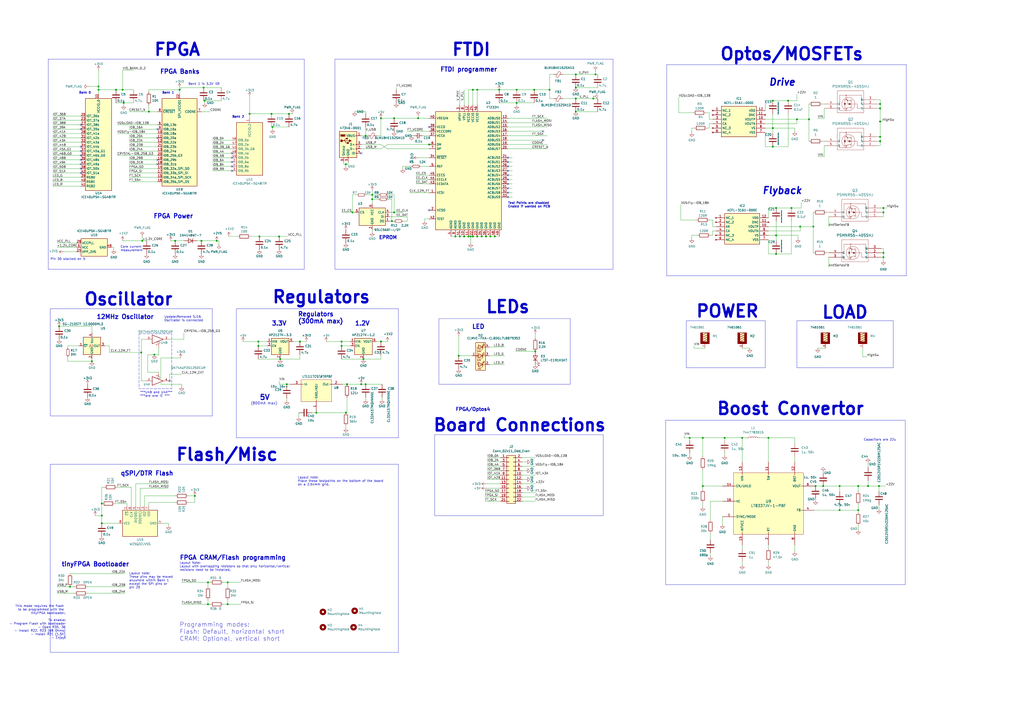
<source format=kicad_sch>
(kicad_sch (version 20231120) (generator "eeschema") (generator_version "8.0")
  (paper "A2")
  (junction (at 150.495 137.16))
  (junction (at 512.445 120.65))
  (junction (at 173.99 198.12))
  (junction (at 400.05 254))
  (junction (at 116.84 139.7))
  (junction (at 497.84 281.94))
  (junction (at 57.15 50.165))
  (junction (at 334.01 57.15))
  (junction (at 464.185 131.445))
  (junction (at 287.02 137.16))
  (junction (at 281.94 137.16))
  (junction (at 242.57 68.58))
  (junction (at 512.445 123.19))
  (junction (at 200.66 239.395))
  (junction (at 448.31 74.295))
  (junction (at 198.12 200.66))
  (junction (at 220.98 68.58))
  (junction (at 274.32 137.16))
  (junction (at 227.33 128.27))
  (junction (at 450.215 147.32))
  (junction (at 215.9 113.03))
  (junction (at 420.37 254))
  (junction (at 118.745 58.42))
  (junction (at 89.535 205.74))
  (junction (at 450.215 136.525))
  (junction (at 101.6 139.7))
  (junction (at 120.65 350.52))
  (junction (at 510.54 81.915))
  (junction (at 503.555 281.94))
  (junction (at 271.78 137.16))
  (junction (at 266.7 137.16))
  (junction (at 462.28 69.215))
  (junction (at 71.755 59.69))
  (junction (at 274.32 52.07))
  (junction (at 469.265 69.215))
  (junction (at 215.9 115.57))
  (junction (at 445.77 254))
  (junction (at 59.055 299.085))
  (junction (at 510.54 70.485))
  (junction (at 407.67 281.94))
  (junction (at 430.53 254))
  (junction (at 198.12 198.12))
  (junction (at 299.72 52.07))
  (junction (at 200.66 95.25))
  (junction (at 158.115 73.66))
  (junction (at 273.05 137.16))
  (junction (at 53.34 209.55))
  (junction (at 71.12 52.07))
  (junction (at 318.77 52.07))
  (junction (at 512.445 146.685))
  (junction (at 166.37 222.885))
  (junction (at 269.24 137.16))
  (junction (at 276.86 52.07))
  (junction (at 40.64 340.36))
  (junction (at 334.01 50.8))
  (junction (at 183.515 239.395))
  (junction (at 450.215 120.65))
  (junction (at 118.11 50.8))
  (junction (at 201.295 222.885))
  (junction (at 334.01 43.18))
  (junction (at 510.54 62.865))
  (junction (at 309.88 52.07))
  (junction (at 167.64 66.04))
  (junction (at 59.055 303.53))
  (junction (at 448.31 85.09))
  (junction (at 57.15 52.07))
  (junction (at 457.2 58.42))
  (junction (at 471.805 131.445))
  (junction (at 81.915 204.47))
  (junction (at 407.67 254))
  (junction (at 132.08 350.52))
  (junction (at 473.075 281.94))
  (junction (at 104.14 52.07))
  (junction (at 162.56 208.28))
  (junction (at 210.82 208.28))
  (junction (at 510.54 60.325))
  (junction (at 144.78 66.04))
  (junction (at 228.6 123.19))
  (junction (at 345.44 43.18))
  (junction (at 289.56 52.07))
  (junction (at 477.52 281.94))
  (junction (at 487.045 281.94))
  (junction (at 157.48 66.04))
  (junction (at 264.16 137.16))
  (junction (at 132.08 337.82))
  (junction (at 82.55 139.7))
  (junction (at 34.29 189.23))
  (junction (at 204.47 123.19))
  (junction (at 497.84 295.91))
  (junction (at 67.31 52.07))
  (junction (at 212.09 222.885))
  (junction (at 448.31 58.42))
  (junction (at 334.01 64.77))
  (junction (at 299.72 59.69))
  (junction (at 487.045 295.91))
  (junction (at 161.925 137.16))
  (junction (at 284.48 137.16))
  (junction (at 212.09 78.74))
  (junction (at 149.86 198.12))
  (junction (at 209.55 222.885))
  (junction (at 125.73 139.7))
  (junction (at 310.515 203.835))
  (junction (at 248.92 83.82))
  (junction (at 276.86 137.16))
  (junction (at 220.98 198.12))
  (junction (at 86.36 64.77))
  (junction (at 266.065 206.375))
  (junction (at 59.055 292.1))
  (junction (at 459.105 120.65))
  (junction (at 149.86 200.66))
  (junction (at 279.4 137.16))
  (junction (at 228.6 68.58))
  (junction (at 120.65 337.82))
  (junction (at 344.17 57.15))
  (junction (at 113.03 287.655))
  (junction (at 510.54 79.375))
  (junction (at 512.445 149.225))
  (junction (at 509.905 281.94))
  (no_connect (at 294.64 104.14))
  (no_connect (at 134.62 88.9))
  (no_connect (at 46.99 74.93))
  (no_connect (at 46.99 95.25))
  (no_connect (at 294.64 93.98))
  (no_connect (at 294.64 109.22))
  (no_connect (at 294.64 111.76))
  (no_connect (at 46.99 72.39))
  (no_connect (at 314.96 76.2))
  (no_connect (at 91.44 74.93))
  (no_connect (at 248.92 73.66))
  (no_connect (at 248.92 121.92))
  (no_connect (at 134.62 93.98))
  (no_connect (at 294.64 99.06))
  (no_connect (at 134.62 99.06))
  (no_connect (at 314.96 81.28))
  (no_connect (at 209.55 88.9))
  (no_connect (at 46.99 87.63))
  (no_connect (at 134.62 96.52))
  (no_connect (at 91.44 80.01))
  (no_connect (at 46.99 97.79))
  (no_connect (at 98.425 220.98))
  (no_connect (at 46.99 100.33))
  (no_connect (at 46.99 90.17))
  (no_connect (at 46.99 85.09))
  (no_connect (at 134.62 91.44))
  (no_connect (at 294.64 91.44))
  (no_connect (at 294.64 101.6))
  (no_connect (at 294.64 96.52))
  (no_connect (at 46.99 92.71))
  (no_connect (at 294.64 106.68))
  (no_connect (at 91.44 95.25))
  (no_connect (at 91.44 92.71))
  (no_connect (at 294.64 114.3))
  (wire (pts (xy 445.77 131.445) (xy 464.185 131.445)))
  (wire (pts (xy 509.905 292.735) (xy 509.905 295.275)))
  (wire (pts (xy 448.31 74.295) (xy 448.31 77.47)))
  (wire (pts (xy 99.06 139.7) (xy 101.6 139.7)))
  (wire (pts (xy 180.975 239.395) (xy 183.515 239.395)))
  (wire (pts (xy 412.115 309.245) (xy 412.115 313.055)))
  (wire (pts (xy 508.635 81.915) (xy 510.54 81.915)))
  (wire (pts (xy 445.77 136.525) (xy 450.215 136.525)))
  (wire (pts (xy 238.76 78.74) (xy 240.03 78.74)))
  (wire (pts (xy 245.11 78.74) (xy 248.92 78.74)))
  (wire (pts (xy 40.64 332.74) (xy 72.39 332.74)))
  (wire (pts (xy 318.77 57.15) (xy 321.31 57.15)))
  (wire (pts (xy 173.99 208.28) (xy 173.99 205.74)))
  (wire (pts (xy 464.82 120.65) (xy 459.105 120.65)))
  (wire (pts (xy 282.575 275.59) (xy 290.195 275.59)))
  (wire (pts (xy 109.22 291.465) (xy 113.03 291.465)))
  (wire (pts (xy 462.28 71.755) (xy 462.28 69.215)))
  (wire (pts (xy 430.53 325.755) (xy 430.53 327.66)))
  (wire (pts (xy 478.155 68.58) (xy 474.345 68.58)))
  (wire (pts (xy 81.28 283.21) (xy 97.79 283.21)))
  (wire (pts (xy 220.98 208.28) (xy 220.98 205.74)))
  (wire (pts (xy 220.98 83.82) (xy 224.79 86.36)))
  (wire (pts (xy 282.575 278.13) (xy 290.195 278.13)))
  (wire (pts (xy 86.36 52.07) (xy 104.14 52.07)))
  (wire (pts (xy 457.2 66.04) (xy 457.2 85.09)))
  (wire (pts (xy 76.2 282.575) (xy 67.945 282.575)))
  (wire (pts (xy 198.12 200.66) (xy 198.12 198.12)))
  (wire (pts (xy 116.84 64.77) (xy 121.92 64.77)))
  (wire (pts (xy 469.265 69.215) (xy 469.265 60.325)))
  (wire (pts (xy 91.44 105.41) (xy 74.93 105.41)))
  (wire (pts (xy 57.15 52.07) (xy 57.15 54.61)))
  (wire (pts (xy 46.99 72.39) (xy 30.48 72.39)))
  (wire (pts (xy 200.66 247.015) (xy 200.66 248.285)))
  (wire (pts (xy 74.93 64.77) (xy 86.36 64.77)))
  (wire (pts (xy 302.895 275.59) (xy 310.515 275.59)))
  (wire (pts (xy 76.2 293.37) (xy 76.2 282.575)))
  (wire (pts (xy 248.92 96.52) (xy 243.84 96.52)))
  (wire (pts (xy 51.435 50.165) (xy 57.15 50.165)))
  (wire (pts (xy 209.55 83.82) (xy 220.98 83.82)))
  (wire (pts (xy 140.97 198.12) (xy 149.86 198.12)))
  (wire (pts (xy 224.79 115.57) (xy 227.33 115.57)))
  (wire (pts (xy 149.86 198.12) (xy 154.94 198.12)))
  (wire (pts (xy 512.445 149.225) (xy 512.445 151.13)))
  (wire (pts (xy 204.47 123.19) (xy 198.12 123.19)))
  (wire (pts (xy 205.74 123.19) (xy 204.47 123.19)))
  (wire (pts (xy 134.62 91.44) (xy 123.19 91.44)))
  (wire (pts (xy 396.875 254) (xy 400.05 254)))
  (wire (pts (xy 91.44 90.17) (xy 67.945 90.17)))
  (wire (pts (xy 464.185 131.445) (xy 471.805 131.445)))
  (wire (pts (xy 402.59 200.66) (xy 402.59 201.93)))
  (wire (pts (xy 445.77 120.65) (xy 450.215 120.65)))
  (wire (pts (xy 299.085 203.835) (xy 310.515 203.835)))
  (wire (pts (xy 450.215 120.65) (xy 459.105 120.65)))
  (wire (pts (xy 82.55 137.16) (xy 82.55 139.7)))
  (wire (pts (xy 207.01 113.03) (xy 204.47 113.03)))
  (wire (pts (xy 294.64 101.6) (xy 297.18 101.6)))
  (wire (pts (xy 46.99 87.63) (xy 30.48 87.63)))
  (wire (pts (xy 144.78 55.88) (xy 144.78 66.04)))
  (wire (pts (xy 401.32 136.525) (xy 401.32 138.43)))
  (wire (pts (xy 157.48 73.66) (xy 158.115 73.66)))
  (wire (pts (xy 302.895 273.05) (xy 304.8 273.05)))
  (wire (pts (xy 227.33 115.57) (xy 227.33 128.27)))
  (wire (pts (xy 134.62 93.98) (xy 123.19 93.98)))
  (wire (pts (xy 64.77 143.51) (xy 66.04 143.51)))
  (wire (pts (xy 445.77 147.32) (xy 445.77 139.065)))
  (wire (pts (xy 114.3 139.7) (xy 116.84 139.7)))
  (wire (pts (xy 33.02 140.97) (xy 44.45 140.97)))
  (wire (pts (xy 91.44 100.33) (xy 74.93 100.33)))
  (wire (pts (xy 276.86 137.16) (xy 279.4 137.16)))
  (wire (pts (xy 46.99 90.17) (xy 30.48 90.17)))
  (wire (pts (xy 413.385 131.445) (xy 413.385 127.635)))
  (wire (pts (xy 150.495 137.16) (xy 161.925 137.16)))
  (wire (pts (xy 209.55 78.74) (xy 212.09 78.74)))
  (wire (pts (xy 510.54 57.785) (xy 508.635 57.785)))
  (wire (pts (xy 407.67 254) (xy 420.37 254)))
  (wire (pts (xy 199.39 95.25) (xy 200.66 95.25)))
  (wire (pts (xy 91.44 85.09) (xy 74.93 85.09)))
  (wire (pts (xy 407.67 281.94) (xy 419.1 281.94)))
  (wire (pts (xy 116.84 139.7) (xy 125.73 139.7)))
  (wire (pts (xy 345.44 41.275) (xy 345.44 43.18)))
  (wire (pts (xy 430.53 254) (xy 430.53 267.97)))
  (wire (pts (xy 448.31 85.09) (xy 457.2 85.09)))
  (wire (pts (xy 46.99 100.33) (xy 30.48 100.33)))
  (wire (pts (xy 120.65 340.36) (xy 120.65 337.82)))
  (wire (pts (xy 161.925 222.885) (xy 166.37 222.885)))
  (wire (pts (xy 67.945 77.47) (xy 91.44 77.47)))
  (wire (pts (xy 274.32 137.16) (xy 276.86 137.16)))
  (wire (pts (xy 67.31 52.07) (xy 71.12 52.07)))
  (wire (pts (xy 212.09 222.885) (xy 221.615 222.885)))
  (wire (pts (xy 167.64 66.04) (xy 169.545 66.04)))
  (wire (pts (xy 510.54 62.865) (xy 510.54 60.325)))
  (wire (pts (xy 411.48 127.635) (xy 413.385 127.635)))
  (wire (pts (xy 503.555 268.605) (xy 503.555 271.145)))
  (wire (pts (xy 487.045 295.91) (xy 497.84 295.91)))
  (wire (pts (xy 63.5 204.47) (xy 81.915 204.47)))
  (wire (pts (xy 134.62 88.9) (xy 123.19 88.9)))
  (wire (pts (xy 469.265 69.215) (xy 469.265 81.915)))
  (wire (pts (xy 443.865 85.09) (xy 448.31 85.09)))
  (wire (pts (xy 464.185 133.985) (xy 464.185 131.445)))
  (wire (pts (xy 450.215 136.525) (xy 462.915 136.525)))
  (wire (pts (xy 294.64 99.06) (xy 297.18 99.06)))
  (wire (pts (xy 220.98 68.58) (xy 228.6 68.58)))
  (wire (pts (xy 128.27 50.8) (xy 118.11 50.8)))
  (wire (pts (xy 46.99 69.85) (xy 30.48 69.85)))
  (wire (pts (xy 46.99 77.47) (xy 30.48 77.47)))
  (wire (pts (xy 345.44 43.18) (xy 346.71 43.18)))
  (wire (pts (xy 40.64 340.36) (xy 43.18 340.36)))
  (wire (pts (xy 72.39 344.17) (xy 50.8 344.17)))
  (wire (pts (xy 299.72 59.69) (xy 309.88 59.69)))
  (wire (pts (xy 512.445 125.73) (xy 512.445 123.19)))
  (wire (pts (xy 261.62 137.16) (xy 264.16 137.16)))
  (wire (pts (xy 502.92 207.01) (xy 500.38 207.01)))
  (wire (pts (xy 67.31 59.69) (xy 71.755 59.69)))
  (wire (pts (xy 476.885 60.325) (xy 478.155 60.325)))
  (wire (pts (xy 93.98 303.53) (xy 97.79 303.53)))
  (wire (pts (xy 91.44 74.93) (xy 74.93 74.93)))
  (wire (pts (xy 63.5 204.47) (xy 63.5 200.66)))
  (wire (pts (xy 46.99 107.95) (xy 30.48 107.95)))
  (wire (pts (xy 459.105 128.27) (xy 459.105 147.32)))
  (wire (pts (xy 66.04 143.51) (xy 66.04 144.78)))
  (wire (pts (xy 497.84 281.94) (xy 497.84 285.115)))
  (wire (pts (xy 33.02 143.51) (xy 44.45 143.51)))
  (wire (pts (xy 212.09 78.74) (xy 213.36 78.74)))
  (wire (pts (xy 413.385 69.215) (xy 411.48 69.215)))
  (wire (pts (xy 46.99 67.31) (xy 30.48 67.31)))
  (wire (pts (xy 71.755 59.69) (xy 77.47 59.69)))
  (wire (pts (xy 281.305 288.29) (xy 290.195 288.29)))
  (wire (pts (xy 55.245 299.085) (xy 59.055 299.085)))
  (wire (pts (xy 511.175 125.73) (xy 512.445 125.73)))
  (wire (pts (xy 173.355 239.395) (xy 173.355 241.935)))
  (wire (pts (xy 420.37 254) (xy 420.37 255.27)))
  (wire (pts (xy 105.41 337.82) (xy 120.65 337.82)))
  (wire (pts (xy 445.77 316.23) (xy 445.77 318.135)))
  (wire (pts (xy 443.865 74.295) (xy 448.31 74.295)))
  (wire (pts (xy 302.895 290.83) (xy 310.515 290.83)))
  (wire (pts (xy 46.99 85.09) (xy 30.48 85.09)))
  (wire (pts (xy 445.77 325.755) (xy 445.77 327.66)))
  (wire (pts (xy 294.64 104.14) (xy 297.18 104.14)))
  (wire (pts (xy 430.53 201.93) (xy 434.975 201.93)))
  (wire (pts (xy 510.54 62.865) (xy 510.54 70.485)))
  (wire (pts (xy 215.9 113.03) (xy 215.9 110.49)))
  (wire (pts (xy 412.115 136.525) (xy 413.385 136.525)))
  (wire (pts (xy 450.215 136.525) (xy 450.215 139.7)))
  (wire (pts (xy 461.01 316.23) (xy 461.01 320.04)))
  (wire (pts (xy 227.33 128.27) (xy 228.6 128.27)))
  (wire (pts (xy 274.32 52.07) (xy 276.86 52.07)))
  (wire (pts (xy 276.86 60.96) (xy 276.86 52.07)))
  (wire (pts (xy 46.99 97.79) (xy 30.48 97.79)))
  (wire (pts (xy 226.06 125.73) (xy 236.22 125.73)))
  (wire (pts (xy 101.6 291.465) (xy 86.36 291.465)))
  (wire (pts (xy 346.71 50.8) (xy 334.01 50.8)))
  (wire (pts (xy 212.09 230.505) (xy 212.09 231.775)))
  (wire (pts (xy 236.22 128.27) (xy 236.22 125.73)))
  (wire (pts (xy 510.54 70.485) (xy 511.81 70.485)))
  (wire (pts (xy 508.635 84.455) (xy 510.54 84.455)))
  (wire (pts (xy 346.71 64.77) (xy 334.01 64.77)))
  (wire (pts (xy 250.19 83.82) (xy 248.92 83.82)))
  (wire (pts (xy 474.345 90.805) (xy 478.155 90.805)))
  (wire (pts (xy 510.54 60.325) (xy 510.54 57.785)))
  (wire (pts (xy 310.515 196.215) (xy 310.515 193.675)))
  (wire (pts (xy 98.425 220.98) (xy 98.425 217.17)))
  (wire (pts (xy 511.175 149.225) (xy 512.445 149.225)))
  (wire (pts (xy 33.02 344.17) (xy 43.18 344.17)))
  (wire (pts (xy 294.64 86.36) (xy 317.5 86.36)))
  (wire (pts (xy 120.65 350.52) (xy 121.92 350.52)))
  (wire (pts (xy 511.175 146.685) (xy 512.445 146.685)))
  (wire (pts (xy 443.865 58.42) (xy 448.31 58.42)))
  (wire (pts (xy 241.3 104.14) (xy 248.92 104.14)))
  (wire (pts (xy 302.895 265.43) (xy 310.515 265.43)))
  (wire (pts (xy 480.695 149.225) (xy 480.695 154.94)))
  (wire (pts (xy 271.78 52.07) (xy 274.32 52.07)))
  (wire (pts (xy 86.36 53.34) (xy 86.36 52.07)))
  (wire (pts (xy 294.64 93.98) (xy 297.18 93.98)))
  (wire (pts (xy 266.065 206.375) (xy 273.685 206.375)))
  (wire (pts (xy 167.64 66.04) (xy 157.48 66.04)))
  (wire (pts (xy 198.12 198.12) (xy 203.2 198.12)))
  (wire (pts (xy 241.3 106.68) (xy 248.92 106.68)))
  (wire (pts (xy 512.445 144.145) (xy 511.175 144.145)))
  (wire (pts (xy 472.44 281.94) (xy 473.075 281.94)))
  (wire (pts (xy 464.82 117.475) (xy 464.82 120.65)))
  (wire (pts (xy 393.7 56.515) (xy 393.7 65.405)))
  (wire (pts (xy 510.54 79.375) (xy 508.635 79.375)))
  (wire (pts (xy 73.66 293.37) (xy 73.66 292.1)))
  (wire (pts (xy 183.515 239.395) (xy 200.66 239.395)))
  (wire (pts (xy 318.77 52.07) (xy 318.77 57.15)))
  (wire (pts (xy 326.39 43.18) (xy 334.01 43.18)))
  (wire (pts (xy 118.745 58.42) (xy 128.27 58.42)))
  (wire (pts (xy 271.78 60.96) (xy 271.78 52.07)))
  (wire (pts (xy 212.09 73.66) (xy 212.09 78.74)))
  (wire (pts (xy 461.01 254) (xy 461.01 257.175)))
  (wire (pts (xy 409.575 65.405) (xy 411.48 65.405)))
  (wire (pts (xy 402.59 201.93) (xy 408.94 201.93)))
  (wire (pts (xy 401.32 74.295) (xy 402.59 74.295)))
  (wire (pts (xy 113.03 287.655) (xy 113.03 291.465)))
  (wire (pts (xy 209.55 222.885) (xy 212.09 222.885)))
  (wire (pts (xy 105.41 350.52) (xy 120.65 350.52)))
  (wire (pts (xy 510.54 70.485) (xy 510.54 79.375)))
  (wire (pts (xy 410.21 74.295) (xy 411.48 74.295)))
  (wire (pts (xy 91.44 97.79) (xy 74.93 97.79)))
  (wire (pts (xy 302.895 267.97) (xy 304.8 267.97)))
  (wire (pts (xy 478.155 62.865) (xy 478.155 68.58)))
  (wire (pts (xy 215.9 113.03) (xy 215.9 115.57)))
  (wire (pts (xy 314.96 81.28) (xy 294.64 81.28)))
  (wire (pts (xy 241.3 101.6) (xy 248.92 101.6)))
  (wire (pts (xy 129.54 350.52) (xy 132.08 350.52)))
  (wire (pts (xy 448.31 58.42) (xy 457.2 58.42)))
  (wire (pts (xy 224.79 113.03) (xy 228.6 113.03)))
  (wire (pts (xy 246.38 128.27) (xy 246.38 127)))
  (wire (pts (xy 294.64 68.58) (xy 317.5 68.58)))
  (wire (pts (xy 127 139.7) (xy 125.73 139.7)))
  (wire (pts (xy 461.01 74.295) (xy 461.01 76.2)))
  (wire (pts (xy 60.325 282.575) (xy 59.055 282.575)))
  (wire (pts (xy 412.115 290.83) (xy 412.115 301.625)))
  (wire (pts (xy 294.64 91.44) (xy 297.18 91.44)))
  (wire (pts (xy 242.57 91.44) (xy 248.92 91.44)))
  (wire (pts (xy 93.345 222.25) (xy 93.345 222.885)))
  (wire (pts (xy 144.78 66.04) (xy 157.48 66.04)))
  (wire (pts (xy 104.775 50.8) (xy 118.11 50.8)))
  (wire (pts (xy 118.11 58.42) (xy 118.745 58.42)))
  (wire (pts (xy 92.075 205.74) (xy 92.075 201.93)))
  (wire (pts (xy 334.01 57.15) (xy 344.17 57.15)))
  (wire (pts (xy 289.56 59.69) (xy 299.72 59.69)))
  (wire (pts (xy 508.635 60.325) (xy 510.54 60.325)))
  (wire (pts (xy 396.875 254) (xy 396.875 252.73)))
  (wire (pts (xy 46.99 95.25) (xy 30.48 95.25)))
  (wire (pts (xy 84.455 220.98) (xy 81.915 220.98)))
  (wire (pts (xy 450.215 147.32) (xy 459.105 147.32)))
  (wire (pts (xy 91.44 72.39) (xy 67.945 72.39)))
  (wire (pts (xy 283.845 201.295) (xy 292.735 201.295)))
  (wire (pts (xy 503.555 278.765) (xy 503.555 281.94)))
  (wire (pts (xy 407.67 254) (xy 407.67 264.795)))
  (wire (pts (xy 46.99 102.87) (xy 30.48 102.87)))
  (wire (pts (xy 394.97 127.635) (xy 403.86 127.635)))
  (wire (pts (xy 166.37 231.14) (xy 166.37 232.41)))
  (wire (pts (xy 71.12 40.64) (xy 71.12 52.07)))
  (wire (pts (xy 302.895 280.67) (xy 310.515 280.67)))
  (wire (pts (xy 281.94 280.67) (xy 290.195 280.67)))
  (wire (pts (xy 93.345 207.645) (xy 104.775 207.645)))
  (wire (pts (xy 445.77 147.32) (xy 450.215 147.32)))
  (wire (pts (xy 450.215 128.27) (xy 450.215 136.525)))
  (wire (pts (xy 46.99 92.71) (xy 30.48 92.71)))
  (wire (pts (xy 512.445 120.65) (xy 511.175 120.65)))
  (wire (pts (xy 53.34 189.23) (xy 53.34 193.04)))
  (wire (pts (xy 226.06 123.19) (xy 228.6 123.19)))
  (wire (pts (xy 89.535 205.74) (xy 92.075 205.74)))
  (wire (pts (xy 478.155 84.455) (xy 478.155 90.805)))
  (wire (pts (xy 71.12 52.07) (xy 77.47 52.07)))
  (wire (pts (xy 53.34 208.28) (xy 53.34 209.55)))
  (wire (pts (xy 420.37 254) (xy 430.53 254)))
  (wire (pts (xy 445.77 254) (xy 461.01 254)))
  (wire (pts (xy 233.68 96.52) (xy 233.68 97.79)))
  (wire (pts (xy 393.7 65.405) (xy 401.955 65.405)))
  (wire (pts (xy 266.065 194.945) (xy 266.065 206.375)))
  (wire (pts (xy 443.865 69.215) (xy 462.28 69.215)))
  (wire (pts (xy 512.445 123.19) (xy 512.445 120.65)))
  (wire (pts (xy 219.71 115.57) (xy 215.9 115.57)))
  (wire (pts (xy 344.17 55.88) (xy 344.17 57.15)))
  (wire (pts (xy 264.16 137.16) (xy 266.7 137.16)))
  (wire (pts (xy 118.745 58.42) (xy 118.745 59.69)))
  (wire (pts (xy 134.62 81.28) (xy 123.19 81.28)))
  (wire (pts (xy 85.725 205.74) (xy 89.535 205.74)))
  (wire (pts (xy 149.86 200.66) (xy 149.86 198.12)))
  (wire (pts (xy 92.075 215.9) (xy 85.725 215.9)))
  (wire (pts (xy 480.695 125.73) (xy 480.695 131.445)))
  (wire (pts (xy 220.98 86.36) (xy 224.79 83.82)))
  (wire (pts (xy 132.08 347.98) (xy 132.08 350.52)))
  (wire (pts (xy 471.805 131.445) (xy 471.805 146.685)))
  (wire (pts (xy 101.6 139.7) (xy 106.68 139.7)))
  (wire (pts (xy 34.29 189.23) (xy 53.34 189.23)))
  (wire (pts (xy 39.37 200.66) (xy 45.72 200.66)))
  (wire (pts (xy 282.575 267.97) (xy 290.195 267.97)))
  (wire (pts (xy 201.295 239.395) (xy 201.295 230.505)))
  (wire (pts (xy 105.41 222.885) (xy 105.41 224.155)))
  (wire (pts (xy 413.385 71.755) (xy 411.48 71.755)))
  (wire (pts (xy 134.62 83.82) (xy 123.19 83.82)))
  (wire (pts (xy 413.385 133.985) (xy 413.385 136.525)))
  (wire (pts (xy 209.55 86.36) (xy 220.98 86.36)))
  (wire (pts (xy 474.345 201.93) (xy 478.79 201.93)))
  (wire (pts (xy 407.67 281.94) (xy 407.67 283.845)))
  (wire (pts (xy 200.66 95.25) (xy 201.93 95.25)))
  (wire (pts (xy 149.86 208.28) (xy 162.56 208.28)))
  (wire (pts (xy 462.28 69.215) (xy 469.265 69.215)))
  (wire (pts (xy 292.735 211.455) (xy 283.845 211.455)))
  (wire (pts (xy 284.48 137.16) (xy 287.02 137.16)))
  (wire (pts (xy 415.29 133.985) (xy 413.385 133.985)))
  (wire (pts (xy 445.77 267.97) (xy 445.77 254)))
  (wire (pts (xy 294.64 78.74) (xy 317.5 78.74)))
  (wire (pts (xy 200.66 239.395) (xy 201.295 239.395)))
  (wire (pts (xy 201.93 95.25) (xy 201.93 93.98)))
  (wire (pts (xy 445.77 133.985) (xy 464.185 133.985)))
  (wire (pts (xy 473.075 281.94) (xy 477.52 281.94)))
  (wire (pts (xy 166.37 222.885) (xy 168.275 222.885)))
  (wire (pts (xy 237.49 111.76) (xy 248.92 111.76)))
  (wire (pts (xy 46.99 74.93) (xy 30.48 74.93)))
  (wire (pts (xy 218.44 198.12) (xy 220.98 198.12)))
  (wire (pts (xy 93.345 222.885) (xy 105.41 222.885)))
  (wire (pts (xy 443.865 71.755) (xy 462.28 71.755)))
  (wire (pts (xy 59.055 292.1) (xy 59.055 299.085)))
  (wire (pts (xy 266.7 137.16) (xy 269.24 137.16)))
  (wire (pts (xy 326.39 57.15) (xy 334.01 57.15)))
  (wire (pts (xy 514.35 120.65) (xy 512.445 120.65)))
  (wire (pts (xy 78.74 280.67) (xy 97.79 280.67)))
  (wire (pts (xy 212.09 64.77) (xy 212.09 66.04)))
  (wire (pts (xy 344.17 57.15) (xy 346.71 57.15)))
  (wire (pts (xy 430.53 316.23) (xy 430.53 318.135)))
  (wire (pts (xy 246.38 127) (xy 248.92 127)))
  (wire (pts (xy 282.575 270.51) (xy 290.195 270.51)))
  (wire (pts (xy 204.47 113.03) (xy 204.47 123.19)))
  (wire (pts (xy 289.56 52.07) (xy 299.72 52.07)))
  (wire (pts (xy 420.37 262.89) (xy 420.37 264.16)))
  (wire (pts (xy 294.64 106.68) (xy 297.18 106.68)))
  (wire (pts (xy 134.62 86.36) (xy 123.19 86.36)))
  (wire (pts (xy 78.74 293.37) (xy 78.74 280.67)))
  (wire (pts (xy 445.77 126.365) (xy 445.77 120.65)))
  (wire (pts (xy 46.99 82.55) (xy 30.48 82.55)))
  (wire (pts (xy 127 141.605) (xy 127 139.7)))
  (wire (pts (xy 412.115 320.675) (xy 412.115 322.58)))
  (wire (pts (xy 104.14 52.07) (xy 104.14 50.8)))
  (wire (pts (xy 228.6 68.58) (xy 242.57 68.58)))
  (wire (pts (xy 201.295 222.885) (xy 209.55 222.885)))
  (wire (pts (xy 394.97 118.745) (xy 394.97 127.635)))
  (wire (pts (xy 224.79 83.82) (xy 248.92 83.82)))
  (wire (pts (xy 120.65 347.98) (xy 120.65 350.52)))
  (wire (pts (xy 212.09 113.03) (xy 215.9 113.03)))
  (wire (pts (xy 39.37 200.66) (xy 39.37 201.93)))
  (wire (pts (xy 72.39 340.36) (xy 50.8 340.36)))
  (wire (pts (xy 71.12 40.64) (xy 77.47 40.64)))
  (wire (pts (xy 158.115 73.66) (xy 158.115 74.93)))
  (wire (pts (xy 91.44 92.71) (xy 74.93 92.71)))
  (wire (pts (xy 57.15 40.64) (xy 57.15 50.165)))
  (wire (pts (xy 472.44 295.91) (xy 487.045 295.91)))
  (wire (pts (xy 497.84 295.91) (xy 497.84 297.18)))
  (wire (pts (xy 215.9 134.62) (xy 215.9 133.35)))
  (wire (pts (xy 242.57 68.58) (xy 248.92 68.58)))
  (wire (pts (xy 224.79 86.36) (xy 248.92 86.36)))
  (wire (pts (xy 511.175 123.19) (xy 512.445 123.19)))
  (wire (pts (xy 294.64 73.66) (xy 317.5 73.66)))
  (wire (pts (xy 512.445 146.685) (xy 512.445 144.145)))
  (wire (pts (xy 510.54 81.915) (xy 510.54 79.375)))
  (wire (pts (xy 132.08 340.36) (xy 132.08 337.82)))
  (wire (pts (xy 509.905 285.115) (xy 509.905 281.94)))
  (wire (pts (xy 200.66 96.52) (xy 200.66 95.25)))
  (wire (pts (xy 287.02 137.16) (xy 289.56 137.16)))
  (wire (pts (xy 281.305 285.75) (xy 290.195 285.75)))
  (wire (pts (xy 219.71 113.03) (xy 215.9 113.03)))
  (wire (pts (xy 302.895 285.75) (xy 310.515 285.75)))
  (wire (pts (xy 292.735 206.375) (xy 283.845 206.375)))
  (wire (pts (xy 294.64 71.12) (xy 317.5 71.12)))
  (wire (pts (xy 443.865 64.135) (xy 443.865 58.42)))
  (wire (pts (xy 411.48 69.215) (xy 411.48 65.405)))
  (wire (pts (xy 276.86 52.07) (xy 289.56 52.07)))
  (wire (pts (xy 294.64 96.52) (xy 297.18 96.52)))
  (wire (pts (xy 476.885 81.915) (xy 478.155 81.915)))
  (wire (pts (xy 479.425 146.685) (xy 480.695 146.685)))
  (wire (pts (xy 407.67 291.465) (xy 407.67 294.005)))
  (wire (pts (xy 66.675 292.1) (xy 73.66 292.1)))
  (wire (pts (xy 462.915 136.525) (xy 462.915 138.43)))
  (wire (pts (xy 500.38 207.01) (xy 500.38 201.93)))
  (wire (pts (xy 415.29 131.445) (xy 413.385 131.445)))
  (wire (pts (xy 91.44 102.87) (xy 74.93 102.87)))
  (wire (pts (xy 228.6 123.19) (xy 233.68 123.19)))
  (wire (pts (xy 39.37 209.55) (xy 53.34 209.55)))
  (wire (pts (xy 91.44 80.01) (xy 74.93 80.01)))
  (wire (pts (xy 294.64 109.22) (xy 297.18 109.22)))
  (wire (pts (xy 98.425 217.17) (xy 105.41 217.17)))
  (wire (pts (xy 509.905 281.94) (xy 513.715 281.94)))
  (wire (pts (xy 473.075 289.56) (xy 473.075 290.195)))
  (wire (pts (xy 508.635 62.865) (xy 510.54 62.865)))
  (wire (pts (xy 462.28 58.42) (xy 457.2 58.42)))
  (wire (pts (xy 471.805 131.445) (xy 471.805 123.19)))
  (wire (pts (xy 236.22 76.2) (xy 248.92 76.2)))
  (wire (pts (xy 57.15 50.165) (xy 57.15 52.07)))
  (wire (pts (xy 281.94 137.16) (xy 284.48 137.16)))
  (wire (pts (xy 97.79 304.8) (xy 97.79 303.53)))
  (wire (pts (xy 109.22 287.655) (xy 113.03 287.655)))
  (wire (pts (xy 220.98 198.12) (xy 224.79 198.12)))
  (wire (pts (xy 269.24 137.16) (xy 271.78 137.16)))
  (wire (pts (xy 145.415 137.16) (xy 150.495 137.16)))
  (wire (pts (xy 132.08 337.82) (xy 139.7 337.82)))
  (wire (pts (xy 302.895 278.13) (xy 304.8 278.13)))
  (wire (pts (xy 161.925 137.16) (xy 167.005 137.16)))
  (wire (pts (xy 91.44 82.55) (xy 74.93 82.55)))
  (wire (pts (xy 273.05 140.97) (xy 273.05 137.16)))
  (wire (pts (xy 512.445 149.225) (xy 512.445 146.685)))
  (wire (pts (xy 201.295 222.885) (xy 198.755 222.885)))
  (wire (pts (xy 401.32 136.525) (xy 404.495 136.525)))
  (wire (pts (xy 443.865 85.09) (xy 443.865 76.835)))
  (wire (pts (xy 149.86 200.66) (xy 154.94 200.66)))
  (wire (pts (xy 497.84 292.735) (xy 497.84 295.91)))
  (wire (pts (xy 101.6 287.655) (xy 83.82 287.655)))
  (wire (pts (xy 302.895 283.21) (xy 304.8 283.21)))
  (wire (pts (xy 162.56 208.28) (xy 173.99 208.28)))
  (wire (pts (xy 134.62 99.06) (xy 123.19 99.06)))
  (wire (pts (xy 189.23 198.12) (xy 198.12 198.12)))
  (wire (pts (xy 299.72 52.07) (xy 309.88 52.07)))
  (wire (pts (xy 220.98 78.74) (xy 220.98 68.58)))
  (wire (pts (xy 85.725 215.9) (xy 85.725 205.74)))
  (wire (pts (xy 477.52 281.94) (xy 487.045 281.94)))
  (wire (pts (xy 198.12 200.66) (xy 203.2 200.66)))
  (wire (pts (xy 82.55 139.7) (xy 85.09 139.7)))
  (wire (pts (xy 104.14 52.07) (xy 104.14 54.61)))
  (wire (pts (xy 238.76 96.52) (xy 233.68 96.52)))
  (wire (pts (xy 91.44 87.63) (xy 74.93 87.63)))
  (wire (pts (xy 411.48 71.755) (xy 411.48 74.295)))
  (wire (pts (xy 279.4 137.16) (xy 281.94 137.16)))
  (wire (pts (xy 487.045 292.735) (xy 487.045 295.91)))
  (wire (pts (xy 198.12 208.28) (xy 210.82 208.28)))
  (wire (pts (xy 479.425 123.19) (xy 480.695 123.19)))
  (wire (pts (xy 86.36 60.96) (xy 86.36 64.77)))
  (wire (pts (xy 120.65 337.82) (xy 121.92 337.82)))
  (wire (pts (xy 401.32 74.295) (xy 401.32 76.835)))
  (wire (pts (xy 299.72 60.96) (xy 299.72 59.69)))
  (wire (pts (xy 334.01 43.18) (xy 345.44 43.18)))
  (wire (pts (xy 218.44 78.74) (xy 220.98 78.74)))
  (wire (pts (xy 144.78 66.04) (xy 144.78 68.58)))
  (wire (pts (xy 419.1 290.83) (xy 412.115 290.83)))
  (wire (pts (xy 71.755 59.69) (xy 71.755 60.96)))
  (wire (pts (xy 233.68 128.27) (xy 236.22 128.27)))
  (wire (pts (xy 487.045 281.94) (xy 497.84 281.94)))
  (wire (pts (xy 462.28 54.61) (xy 462.28 58.42)))
  (wire (pts (xy 497.84 281.94) (xy 503.555 281.94)))
  (wire (pts (xy 46.99 105.41) (xy 30.48 105.41)))
  (wire (pts (xy 221.615 230.505) (xy 221.615 231.775)))
  (wire (pts (xy 282.575 265.43) (xy 290.195 265.43)))
  (wire (pts (xy 93.345 207.645) (xy 93.345 219.71)))
  (wire (pts (xy 400.05 254) (xy 407.67 254)))
  (wire (pts (xy 170.18 198.12) (xy 173.99 198.12)))
  (wire (pts (xy 104.775 52.07) (xy 104.775 50.8)))
  (wire (pts (xy 106.68 196.85) (xy 106.68 193.04)))
  (wire (pts (xy 132.715 137.16) (xy 137.795 137.16)))
  (wire (pts (xy 448.31 66.04) (xy 448.31 74.295)))
  (wire (pts (xy 271.78 137.16) (xy 273.05 137.16)))
  (wire (pts (xy 497.84 304.8) (xy 497.84 307.34)))
  (wire (pts (xy 294.64 76.2) (xy 314.96 76.2)))
  (wire (pts (xy 503.555 281.94) (xy 509.905 281.94)))
  (wire (pts (xy 318.77 43.18) (xy 321.31 43.18)))
  (wire (pts (xy 39.37 207.01) (xy 39.37 209.55)))
  (wire (pts (xy 309.88 52.07) (xy 318.77 52.07)))
  (wire (pts (xy 281.305 290.83) (xy 290.195 290.83)))
  (wire (pts (xy 302.895 270.51) (xy 310.515 270.51)))
  (wire (pts (xy 215.9 115.57) (xy 215.9 118.11)))
  (wire (pts (xy 57.15 52.07) (xy 67.31 52.07)))
  (wire (pts (xy 290.195 283.21) (xy 281.94 283.21)))
  (wire (pts (xy 282.575 273.05) (xy 290.195 273.05)))
  (wire (pts (xy 81.28 283.21) (xy 81.28 293.37)))
  (wire (pts (xy 59.055 282.575) (xy 59.055 292.1)))
  (wire (pts (xy 242.57 67.31) (xy 242.57 68.58)))
  (wire (pts (xy 86.36 291.465) (xy 86.36 293.37)))
  (wire (pts (xy 60.96 200.66) (xy 63.5 200.66)))
  (wire (pts (xy 477.52 274.32) (xy 477.52 273.685)))
  (wire (pts (xy 294.64 83.82) (xy 317.5 83.82)))
  (wire (pts (xy 318.77 43.18) (xy 318.77 52.07)))
  (wire (pts (xy 86.36 64.77) (xy 91.44 64.77)))
  (wire (pts (xy 461.01 264.795) (xy 461.01 267.97)))
  (wire (pts (xy 430.53 254) (xy 433.07 254)))
  (wire (pts (xy 81.915 196.85) (xy 81.915 204.47)))
  (wire (pts (xy 419.1 299.72) (xy 419.1 304.165)))
  (wire (pts (xy 269.24 60.96) (xy 269.24 52.07)))
  (wire (pts (xy 161.925 220.98) (xy 161.925 222.885)))
  (wire (pts (xy 294.64 111.76) (xy 297.18 111.76)))
  (wire (pts (xy 129.54 337.82) (xy 132.08 337.82)))
  (wire (pts (xy 71.12 139.7) (xy 82.55 139.7)))
  (wire (pts (xy 294.64 114.3) (xy 297.18 114.3)))
  (wire (pts (xy 400.05 254) (xy 400.05 255.27)))
  (wire (pts (xy 273.05 137.16) (xy 274.32 137.16)))
  (wire (pts (xy 274.32 60.96) (xy 274.32 52.07)))
  (wire (pts (xy 210.82 208.28) (xy 220.98 208.28)))
  (wire (pts (xy 302.895 288.29) (xy 310.515 288.29)))
  (wire (pts (xy 83.82 287.655) (xy 83.82 293.37)))
  (wire (pts (xy 199.39 93.98) (xy 199.39 95.25)))
  (wire (pts (xy 440.69 254) (xy 445.77 254)))
  (wire (pts (xy 84.455 196.85) (xy 81.915 196.85)))
  (wire (pts (xy 487.045 281.94) (xy 487.045 285.115)))
  (wire (pts (xy 166.37 222.885) (xy 166.37 223.52)))
  (wire (pts (xy 407.67 272.415) (xy 407.67 281.94)))
  (wire (pts (xy 226.06 128.27) (xy 227.33 128.27)))
  (wire (pts (xy 173.99 198.12) (xy 177.8 198.12)))
  (wire (pts (xy 134.62 96.52) (xy 123.19 96.52)))
  (wire (pts (xy 81.915 220.98) (xy 81.915 204.47)))
  (wire (pts (xy 36.83 146.05) (xy 44.45 146.05)))
  (wire (pts (xy 132.08 350.52) (xy 139.7 350.52)))
  (wire (pts (xy 33.02 340.36) (xy 40.64 340.36)))
  (wire (pts (xy 59.055 299.085) (xy 59.055 303.53)))
  (wire (pts (xy 448.31 74.295) (xy 461.01 74.295)))
  (wire (pts (xy 229.87 52.07) (xy 229.87 50.8)))
  (wire (pts (xy 46.99 80.01) (xy 30.48 80.01)))
  (wire (pts (xy 158.115 73.66) (xy 167.64 73.66)))
  (wire (pts (xy 400.05 262.89) (xy 400.05 264.16)))
  (wire (pts (xy 104.14 52.07) (xy 104.775 52.07)))
  (wire (pts (xy 266.7 60.96) (xy 266.7 52.07)))
  (wire (pts (xy 59.055 303.53) (xy 68.58 303.53)))
  (wire (pts (xy 510.54 84.455) (xy 510.54 81.915)))
  (wire (pts (xy 91.44 95.25) (xy 74.93 95.25)))
  (wire (pts (xy 228.6 113.03) (xy 228.6 123.19)))
  (wire (pts (xy 98.425 196.85) (xy 106.68 196.85)))
  (wire (pts (xy 205.74 64.77) (xy 212.09 64.77)))
  (rectangle (start 137.16 179.07) (end 231.14 254))
  (rectangle (start 254.635 184.785) (end 330.835 222.885))
  (rectangle (start 398.145 186.055) (end 443.865 213.36))
  (rectangle (start 386.08 243.84) (end 525.145 339.09))
  (rectangle (start 462.28 186.055) (end 518.16 213.36))
  (rectangle (start 29.21 179.07) (end 123.19 241.3))
  (rectangle (start 252.095 252.095) (end 349.885 299.085))
  (rectangle (start 194.31 34.29) (end 355.6 156.21))
  (rectangle (start 27.94 34.29) (end 176.53 156.21))
  (rectangle (start 386.715 37.465) (end 525.78 160.02))
  (rectangle (start 80.645 193.675) (end 99.695 225.425) (stroke (width 0) (type dash)))
  (rectangle (start 29.21 269.24) (end 231.14 378.46))
  (text "Layout note:\nThese pins may be moved \nanywhere within Bank 1\nexcept the SPI pins or \npin 20" (at 74.93 341.63 0) (effects (font (size 1.27 1.27)) (justify left bottom)))
  (text "LEDs" (at 281.305 182.245 0) (effects (font (size 7 7) (bold yes)) (justify left bottom)))
  (text "Flash/Misc" (at 101.6 267.97 0) (effects (font (size 7 7) (bold yes)) (justify left bottom)))
  (text "Flyback" (at 441.96 113.03 0) (effects (font (size 4 4) (bold yes) (italic yes)) (justify left bottom)))
  (text "Bank 2" (at 134.62 68.58 0) (effects (font (size 1.27 1.27) (thickness 0.254) (bold yes)) (justify left bottom)))
  (text "Bank 1 is 3.3V IO!" (at 109.22 49.53 0) (effects (font (size 1.27 1.27)) (justify left bottom)))
  (text "Layout note:\nPlace these testpoints on the bottom of the board\non a 2.54mm grid." (at 172.72 281.94 0) (effects (font (size 1.27 1.27)) (justify left bottom)))
  (text "1.2V" (at 205.74 189.23 0) (effects (font (size 2.54 2.54) (thickness 0.508) (bold yes)) (justify left bottom)))
  (text "***U4B and U4A***\n***are one IC ***" (at 81.28 230.505 0) (effects (font (size 1.27 1.27)) (justify left bottom)))
  (text "Update:Removed SJ16,\nOscillator is connected" (at 95.25 186.69 0) (effects (font (size 1.27 1.27)) (justify left bottom)))
  (text "Regulators\n(300mA max)" (at 172.72 187.96 0) (effects (font (size 2.54 2.54) (thickness 0.508) (bold yes)) (justify left bottom)))
  (text "FPGA Banks" (at 92.71 43.18 0) (effects (font (size 2.54 2.54) (thickness 0.508) (bold yes)) (justify left bottom)))
  (text "Pin 30 stacked on 5" (at 29.21 151.13 0) (effects (font (size 1.27 1.27)) (justify left bottom)))
  (text "Bank 0" (at 45.72 54.61 0) (effects (font (size 1.27 1.27) (thickness 0.254) (bold yes)) (justify left bottom)))
  (text "This mode requires the flash \nto be programmed with the \ntinyFPGA bootloader.\n\nTo enable:\n- Program Flash with bootloader\n- Open R35, 36\n- Install R22, R23 (68 Ohms)\n- Install R21 (1.5K)\n- Enjoy!" (at 38.1 370.84 0) (effects (font (size 1.27 1.27)) (justify right bottom)))
  (text "Board Connections" (at 250.825 250.825 0) (effects (font (size 7 7) (thickness 1.4) (bold yes)) (justify left bottom)))
  (text "Capacitors are 22u" (at 501.015 255.905 0) (effects (font (size 1.27 1.27)) (justify left bottom)))
  (text "POWER" (at 403.225 184.785 0) (effects (font (size 7 7) (bold yes)) (justify left bottom)))
  (text "FTDI" (at 261.62 33.02 0) (effects (font (size 7 7) (bold yes)) (justify left bottom)))
  (text "Regulators" (at 157.48 176.53 0) (effects (font (size 7 7) (bold yes)) (justify left bottom)))
  (text "EPROM" (at 219.71 139.065 0) (effects (font (size 2 2) (thickness 0.4) (bold yes)) (justify left bottom)))
  (text "Core current \nmeasurement" (at 69.85 146.05 0) (effects (font (size 1.27 1.27)) (justify left bottom)))
  (text "LED" (at 273.685 191.135 0) (effects (font (size 2.54 2.54) (thickness 0.508) (bold yes)) (justify left bottom)))
  (text "FTDI programmer" (at 255.27 41.91 0) (effects (font (size 2.54 2.54) (thickness 0.508) (bold yes)) (justify left bottom)))
  (text "Optos/MOSFETs" (at 417.195 35.56 0) (effects (font (size 7 7) (bold yes)) (justify left bottom)))
  (text "FPGA/Optos4" (at 264.16 238.76 0) (effects (font (size 2 2) (bold yes)) (justify left bottom)))
  (text "qSPI/DTR Flash" (at 69.85 276.225 0) (effects (font (size 2.54 2.54) (thickness 0.508) (bold yes)) (justify left bottom)))
  (text "Drive" (at 445.77 50.165 0) (effects (font (size 4 4) (bold yes) (italic yes)) (justify left bottom)))
  (text "(800mA max)" (at 145.415 234.95 0) (effects (font (size 1.5 1.5)) (justify left bottom)))
  (text "tinyFPGA Bootloader" (at 35.56 328.93 0) (effects (font (size 2.54 2.54) (thickness 0.508) (bold yes)) (justify left bottom)))
  (text "FPGA CRAM/Flash programming" (at 104.14 325.12 0) (effects (font (size 2.54 2.54) (thickness 0.508) (bold yes)) (justify left bottom)))
  (text "12MHz Oscillator" (at 55.88 185.42 0) (effects (font (size 2.54 2.54) (thickness 0.508) (bold yes)) (justify left bottom)))
  (text "Layout Note:\nLayout with overlapping resistors so that only horizontal/vertical\nresistors need to be installed." (at 104.14 331.47 0) (effects (font (size 1.27 1.27)) (justify left bottom)))
  (text "FPGA Power" (at 88.9 127 0) (effects (font (size 2.54 2.54) (thickness 0.508) (bold yes)) (justify left bottom)))
  (text "Boost Convertor" (at 415.29 241.3 0) (effects (font (size 7 7) (thickness 1.4) (bold yes)) (justify left bottom)))
  (text "Oscillator" (at 48.26 177.8 0) (effects (font (size 7 7) (bold yes)) (justify left bottom)))
  (text "3.3V" (at 157.48 189.23 0) (effects (font (size 2.54 2.54) (thickness 0.508) (bold yes)) (justify left bottom)))
  (text "Test Points are disabled\nEnable if wanted on PCB" (at 294.64 120.65 0) (effects (font (size 1.27 1.27) (bold yes)) (justify left bottom)))
  (text "Bank 1" (at 93.98 54.61 0) (effects (font (size 1.27 1.27) (thickness 0.254) (bold yes)) (justify left bottom)))
  (text "FPGA" (at 88.9 33.02 0) (effects (font (size 7 7) (thickness 1.4) (bold yes)) (justify left bottom)))
  (text "LOAD" (at 476.25 185.42 0) (effects (font (size 7 7) (thickness 1.4) (bold yes)) (justify left bottom)))
  (text "Programming modes:\nFlash: Default, horizontal short\nCRAM: Optional, vertical short" (at 104.14 372.11 0) (effects (font (size 2.54 2.54)) (justify left bottom)))
  (text "5V" (at 150.495 232.41 0) (effects (font (size 3 3) (thickness 0.6) (bold yes)) (justify left bottom)))
  (label "+22V" (at 513.715 281.94 0))
  (label "IOT_51A" (at 30.48 100.33 0))
  (label "FT_SSn" (at 308.61 78.74 0))
  (label "EE_CS" (at 198.12 123.19 0))
  (label "EE_CS" (at 241.3 101.6 0))
  (label "V_PLL" (at 341.63 57.15 180))
  (label "V_USB" (at 212.09 76.2 0))
  (label "FT_SCK" (at 74.93 282.575 180))
  (label "IOT_38B" (at 30.48 72.39 0))
  (label "VGS:LOAD-IOB_13B" (at 393.7 56.515 0))
  (label "IOB_31B" (at 74.93 95.25 0))
  (label "IOT_46B_G0" (at 30.48 90.17 0))
  (label "IOT_37A" (at 30.48 69.85 0))
  (label "IOB_6A" (at 123.19 93.98 0))
  (label "VIN" (at 161.925 220.98 0))
  (label "USB_P" (at 33.02 340.36 0))
  (label "IOB_4A" (at 123.19 88.9 0))
  (label "FT_SSn" (at 74.93 105.41 0))
  (label "V_PHY" (at 266.7 58.42 90))
  (label "VGS:Fly-IOB_18A" (at 394.97 118.745 0))
  (label "FT_VCORE" (at 236.22 76.2 0))
  (label "CRYSTAL-IOB_25B_G3" (at 106.68 193.04 0))
  (label "HighSw" (at 502.92 207.01 0))
  (label "+1.2V_CORE" (at 82.55 139.7 0))
  (label "HighSw" (at 514.35 120.65 0))
  (label "AntiSeriesFB" (at 480.695 131.445 0))
  (label "IOT_41A" (at 282.575 275.59 0))
  (label "LED_G" (at 30.48 102.87 0))
  (label "IOT_42B" (at 282.575 278.13 0))
  (label "+22V" (at 462.28 54.61 0))
  (label "+22V" (at 464.82 117.475 0))
  (label "FT_SCK" (at 74.93 102.87 0))
  (label "IOB_22A" (at 64.77 332.74 0))
  (label "IOB_8A" (at 123.19 96.52 0))
  (label "IOB_5B" (at 123.19 91.44 0))
  (label "VCC_PLL" (at 167.005 137.16 0))
  (label "FPGA_SI" (at 74.93 100.33 0))
  (label "VGS:LOAD-IOB_13B" (at 67.945 72.39 0))
  (label "EE_CLK" (at 229.87 123.19 0))
  (label "IOT_48B" (at 30.48 92.71 0))
  (label "IOB_4A" (at 282.575 270.51 0))
  (label "CDONE" (at 299.085 203.835 0))
  (label "VCC_PLL" (at 33.02 140.97 0))
  (label "FLASH_MISO" (at 310.515 290.83 0))
  (label "USB_M" (at 212.09 86.36 0))
  (label "VGS:LOAD-IOB_13B" (at 310.515 265.43 0))
  (label "IOB_0A" (at 123.19 81.28 0))
  (label "IOB_23B" (at 64.77 340.36 0))
  (label "LED_B" (at 286.385 201.295 0))
  (label "FT_SSn" (at 310.515 285.75 0))
  (label "IOT_43A" (at 30.48 82.55 0))
  (label "CRESET_N" (at 308.61 86.36 0))
  (label "IOT_36B" (at 30.48 67.31 0))
  (label "IOT_44B" (at 30.48 85.09 0))
  (label "FT_VCORE" (at 229.87 50.8 0))
  (label "FPGA_SI" (at 281.305 288.29 0))
  (label "EE_DAT" (at 229.87 125.73 0))
  (label "CRYSTAL-IOB_25B_G3" (at 67.945 90.17 0))
  (label "AntiSeriesFB" (at 480.695 154.94 0))
  (label "FLASH_MISO" (at 86.36 283.21 0))
  (label "IOB_2A" (at 123.19 83.82 0))
  (label "+22V" (at 310.515 280.67 0))
  (label "VGS:Fly-IOB_18A" (at 310.515 270.51 0))
  (label "LED_G" (at 286.385 206.375 0))
  (label "V_PHY" (at 341.63 43.18 180))
  (label "VGS:Fly-IOB_18A" (at 67.945 77.47 0))
  (label "FLASH_MOSI" (at 86.36 280.67 0))
  (label "V_PLL" (at 269.24 58.42 90))
  (label "CRESET_N" (at 74.93 64.77 0))
  (label "IOB_9B" (at 123.19 99.06 0))
  (label "EE_CLK" (at 241.3 104.14 0))
  (label "FLASH_MOSI" (at 308.61 71.12 0))
  (label "IOB_24A" (at 74.93 87.63 0))
  (label "IOB_20A" (at 74.93 80.01 0))
  (label "VIN" (at 402.59 200.66 0))
  (label "VIN" (at 474.345 90.805 0))
  (label "USB_M" (at 33.02 344.17 0))
  (label "FT_SCK" (at 281.305 290.83 0))
  (label "VIO_BANK_0_2" (at 71.12 40.64 0))
  (label "IOT_42B" (at 30.48 80.01 0))
  (label "CDONE" (at 308.61 83.82 0))
  (label "LED_B" (at 30.48 105.41 0))
  (label "FPGA_SO" (at 105.41 337.82 0))
  (label "FT_SSn" (at 66.675 292.1 0))
  (label "LED_R" (at 286.385 211.455 0))
  (label "IOT_41A" (at 30.48 77.47 0))
  (label "IOB_23B" (at 74.93 85.09 0))
  (label "IOT_39A" (at 30.48 74.93 0))
  (label "USB_P" (at 212.09 83.82 0))
  (label "IOT_50B" (at 30.48 97.79 0))
  (label "IOB_3B_G6" (at 123.19 86.36 0))
  (label "IOT_43A" (at 310.515 275.59 0))
  (label "EE_DAT" (at 241.3 106.68 0))
  (label "IOT_45A_G1" (at 30.48 87.63 0))
  (label "FLASH_MOSI" (at 310.515 288.29 0))
  (label "+1.2V_CORE" (at 33.02 143.51 0))
  (label "FPGA_SO" (at 281.305 285.75 0))
  (label "VIN" (at 474.345 68.58 0))
  (label "IOB_29B" (at 74.93 92.71 0))
  (label "FLASH_MOSI" (at 139.7 337.82 0))
  (label "IOB_2A" (at 282.575 267.97 0))
  (label "FLASH_MISO" (at 105.41 350.52 0))
  (label "FLASH_MISO" (at 308.61 73.66 0))
  (label "CLK_12M_FT" (at 64.135 204.47 0))
  (label "IOB_24A" (at 64.77 344.17 0))
  (label "CLK_12M_EXT" (at 105.41 217.17 0))
  (label "IOB_16A" (at 74.93 74.93 0))
  (label "CDONE" (at 121.92 64.77 0))
  (label "VIN" (at 396.875 252.73 0))
  (label "LED_R" (at 30.48 107.95 0))
  (label "CLK_12M_FT" (at 237.49 111.76 0))
  (label "HighSw" (at 511.81 70.485 0))
  (label "IOT_36B" (at 282.575 273.05 0))
  (label "FPGA_SO" (at 74.93 97.79 0))
  (label "IOB_0A" (at 282.575 265.43 0))
  (label "FPGA_SI" (at 139.7 350.52 0))
  (label "IOB_22A" (at 74.93 82.55 0))
  (label "FT_SCK" (at 308.61 68.58 0))
  (label "IOT_49A" (at 30.48 95.25 0))
  (symbol (lib_id "FPGA_Lattice:ICE40UP5K-SG48ITR") (at 57.15 82.55 0) (unit 1)
    (property "Reference" "U1" (at 57.15 111.9886 0))
    (property "Value" "ICE40UP5K-SG48ITR" (at 57.15 114.3 0))
    (property "Footprint" "Package_DFN_QFN:QFN-48-1EP_7x7mm_P0.5mm_EP5.6x5.6mm" (effects (hide yes)))
    (property "Datasheet" "http://www.latticesemi.com/Products/FPGAandCPLD/iCE40Ultra" (effects (hide yes)))
  )
  (symbol (lib_id "FPGA_Lattice:ICE40UP5K-SG48ITR") (at 144.78 86.36 0) (unit 3)
    (property "Reference" "U1" (at 144.78 104.14 0))
    (property "Value" "ICE40UP5K-SG48ITR" (at 144.78 106.4514 0))
    (property "Footprint" "Package_DFN_QFN:QFN-48-1EP_7x7mm_P0.5mm_EP5.6x5.6mm" (effects (hide yes)))
    (property "Datasheet" "http://www.latticesemi.com/Products/FPGAandCPLD/iCE40Ultra" (effects (hide yes)))
  )
  (symbol (lib_id "FPGA_Lattice:ICE40UP5K-SG48ITR") (at 54.61 143.51 90) (unit 4)
    (property "Reference" "U1" (at 54.61 136.2964 90))
    (property "Value" "ICE40UP5K-SG48ITR" (at 54.61 133.985 90))
    (property "Footprint" "Package_DFN_QFN:QFN-48-1EP_7x7mm_P0.5mm_EP5.6x5.6mm" (effects (hide yes)))
    (property "Datasheet" "http://www.latticesemi.com/Products/FPGAandCPLD/iCE40Ultra" (effects (hide yes)))
  )
  (symbol (lib_id "power:+2V5") (at 36.83 146.05 90) (unit 1)
    (property "Reference" "#PWR037" (effects (hide yes)))
    (property "Value" "+2V5" (at 33.5788 145.669 90) (effects (justify left)))
  )
  (symbol (lib_id "Device:C") (at 67.31 55.88 0) (unit 1)
    (property "Reference" "C5" (at 70.231 54.7116 0) (effects (justify left)))
    (property "Value" "0.1u" (at 67.945 58.42 0) (effects (justify left)))
    (property "Footprint" "Capacitor_SMD:C_0603_1608Metric" (effects (hide yes)))
    (property "MPN" "C1005X5R0J104K050BA" (effects (hide yes)))
  )
  (symbol (lib_id "Device:C") (at 118.11 54.61 0) (unit 1)
    (property "Reference" "C3" (at 121.031 53.4416 0) (effects (justify left)))
    (property "Value" "0.1u" (at 118.745 57.15 0) (effects (justify left)))
    (property "Footprint" "Capacitor_SMD:C_0603_1608Metric" (effects (hide yes)))
  )
  (symbol (lib_id "Device:C") (at 157.48 69.85 0) (unit 1)
    (property "Reference" "C15" (at 160.401 68.6816 0) (effects (justify left)))
    (property "Value" "0.1u" (at 158.115 72.39 0) (effects (justify left)))
    (property "Footprint" "Capacitor_SMD:C_0603_1608Metric" (effects (hide yes)))
  )
  (symbol (lib_id "Interface_USB:FT232H") (at 271.78 99.06 0) (unit 1)
    (property "Reference" "U2" (at 283.21 59.69 0))
    (property "Value" "FT232H" (at 285.75 62.23 0))
    (property "Footprint" "Package_DFN_QFN:QFN-48-1EP_8x8mm_P0.5mm_EP6.2x6.2mm" (effects (hide yes)))
    (property "Datasheet" "https://www.ftdichip.com/Support/Documents/DataSheets/ICs/DS_FT232H.pdf" (effects (hide yes)))
  )
  (symbol (lib_id "power:GND") (at 273.05 140.97 0) (unit 1)
    (property "Reference" "#PWR033" (effects (hide yes)))
    (property "Value" "GND" (at 273.05 144.78 0))
  )
  (symbol (lib_id "Oscillator:SG-210STF") (at 53.34 200.66 0) (unit 1)
    (property "Reference" "U5" (at 58.42 190.5 0) (effects (justify left)))
    (property "Value" "SG-210STF 12.0000ML3" (at 36.195 187.96 0) (effects (justify left)))
    (property "Footprint" "Oscillator:Oscillator_SMD_Abracon_ASDMB-4Pin_2.5x2.0mm" (effects (hide yes)))
    (property "Datasheet" "https://support.epson.biz/td/api/doc_check.php?mode=dl&lang=en&Parts=SG-210STF" (effects (hide yes)))
  )
  (symbol (lib_id "Connector:USB_B_Micro") (at 201.93 83.82 0) (unit 1)
    (property "Reference" "J1" (at 203.3778 71.9582 0))
    (property "Value" "47346-0001" (at 203.3778 74.2696 0))
    (property "Footprint" "Connector_USB:USB_Micro-B_Molex_47346-0001" (effects (hide yes)))
  )
  (symbol (lib_id "Memory_EEPROM:93LCxxBxxOT") (at 215.9 125.73 0) (unit 1)
    (property "Reference" "U3" (at 208.915 118.11 0))
    (property "Value" "93LC56BT-I/OT" (at 224.79 133.35 0))
    (property "Footprint" "Package_TO_SOT_SMD:SOT-23-6" (effects (hide yes)))
    (property "Datasheet" "http://ww1.microchip.com/downloads/en/DeviceDoc/20001749K.pdf" (effects (hide yes)))
  )
  (symbol (lib_id "power:GND") (at 215.9 134.62 0) (unit 1)
    (property "Reference" "#PWR025" (effects (hide yes)))
    (property "Value" "GND" (at 215.9 138.43 0))
  )
  (symbol (lib_id "Diode:1N4148W") (at 110.49 139.7 0) (mirror y) (unit 1)
    (property "Reference" "D1" (at 110.49 134.1882 0))
    (property "Value" "1N4148WT-7" (at 110.49 136.4996 0))
    (property "Footprint" "Diode_SMD:D_SOD-523" (effects (hide yes)))
    (property "Datasheet" "https://www.vishay.com/docs/85748/1n4148w.pdf" (effects (hide yes)))
    (property "Sim.Device" "D" (effects (hide yes)))
    (property "Sim.Pins" "1=K 2=A" (effects (hide yes)))
  )
  (symbol (lib_id "Device:C") (at 116.84 143.51 0) (unit 1)
    (property "Reference" "C28" (at 119.761 142.3416 0) (effects (justify left)))
    (property "Value" "4.7u" (at 117.475 146.05 0) (effects (justify left)))
    (property "Footprint" "Capacitor_SMD:C_0603_1608Metric" (effects (hide yes)))
  )
  (symbol (lib_id "power:+3V3") (at 215.9 110.49 0) (unit 1)
    (property "Reference" "#PWR021" (effects (hide yes)))
    (property "Value" "+3V3" (at 215.9 106.934 0))
  )
  (symbol (lib_id "Device:R_Small") (at 231.14 128.27 270) (unit 1)
    (property "Reference" "R12" (at 228.6 130.81 90))
    (property "Value" "2.2K" (at 234.95 130.81 90))
    (property "Footprint" "Resistor_SMD:R_0603_1608Metric" (effects (hide yes)))
  )
  (symbol (lib_id "power:GND") (at 53.34 209.55 0) (unit 1)
    (property "Reference" "#PWR056" (effects (hide yes)))
    (property "Value" "GND" (at 53.34 213.36 0))
  )
  (symbol (lib_id "Device:C") (at 34.29 193.04 0) (unit 1)
    (property "Reference" "C30" (at 37.211 191.8716 0) (effects (justify left)))
    (property "Value" "0.1u" (at 34.925 195.58 0) (effects (justify left)))
    (property "Footprint" "Capacitor_SMD:C_0603_1608Metric" (effects (hide yes)))
  )
  (symbol (lib_id "power:GND") (at 34.29 196.85 0) (unit 1)
    (property "Reference" "#PWR045" (effects (hide yes)))
    (property "Value" "GND" (at 34.29 200.66 0))
  )
  (symbol (lib_id "Device:R_Small") (at 39.37 204.47 180) (unit 1)
    (property "Reference" "R17" (at 40.8686 203.3016 0) (effects (justify right)))
    (property "Value" "DNI" (at 40.8686 205.613 0) (effects (justify right)))
    (property "Footprint" "Resistor_SMD:R_0603_1608Metric" (effects (hide yes)))
  )
  (symbol (lib_id "power:+1V2") (at 71.12 139.7 0) (unit 1)
    (property "Reference" "#PWR029" (effects (hide yes)))
    (property "Value" "+1V2" (at 71.501 135.3058 0))
  )
  (symbol (lib_id "Device:C") (at 228.6 72.39 0) (unit 1)
    (property "Reference" "C18" (at 231.521 71.2216 0) (effects (justify left)))
    (property "Value" "4.7u" (at 224.155 74.93 0) (effects (justify left)))
    (property "Footprint" "Capacitor_SMD:C_0603_1608Metric" (effects (hide yes)))
  )
  (symbol (lib_id "Device:C") (at 289.56 55.88 0) (unit 1)
    (property "Reference" "C8" (at 292.481 54.7116 0) (effects (justify left)))
    (property "Value" "0.1u" (at 290.195 58.42 0) (effects (justify left)))
    (property "Footprint" "Capacitor_SMD:C_0603_1608Metric" (effects (hide yes)))
  )
  (symbol (lib_id "Device:C") (at 299.72 55.88 0) (unit 1)
    (property "Reference" "C9" (at 302.641 54.7116 0) (effects (justify left)))
    (property "Value" "0.1u" (at 300.355 58.42 0) (effects (justify left)))
    (property "Footprint" "Capacitor_SMD:C_0603_1608Metric" (effects (hide yes)))
  )
  (symbol (lib_id "Device:C") (at 309.88 55.88 0) (unit 1)
    (property "Reference" "C10" (at 312.801 54.7116 0) (effects (justify left)))
    (property "Value" "0.1u" (at 310.515 58.42 0) (effects (justify left)))
    (property "Footprint" "Capacitor_SMD:C_0603_1608Metric" (effects (hide yes)))
  )
  (symbol (lib_id "power:GND") (at 299.72 60.96 0) (unit 1)
    (property "Reference" "#PWR09" (effects (hide yes)))
    (property "Value" "GND" (at 299.72 64.77 0))
  )
  (symbol (lib_id "power:+5V") (at 220.98 68.58 0) (unit 1)
    (property "Reference" "#PWR012" (effects (hide yes)))
    (property "Value" "+5V" (at 220.98 65.024 0))
  )
  (symbol (lib_id "power:+5V") (at 140.97 198.12 0) (unit 1)
    (property "Reference" "#PWR046" (effects (hide yes)))
    (property "Value" "+5V" (at 140.97 194.564 0))
  )
  (symbol (lib_id "power:+3V3") (at 289.56 52.07 0) (unit 1)
    (property "Reference" "#PWR04" (effects (hide yes)))
    (property "Value" "+3V3" (at 289.56 48.514 0))
  )
  (symbol (lib_id "Device:R_Small") (at 241.3 96.52 270) (unit 1)
    (property "Reference" "R6" (at 238.76 93.98 90))
    (property "Value" "12K" (at 245.11 93.98 90))
    (property "Footprint" "Resistor_SMD:R_0603_1608Metric" (effects (hide yes)))
  )
  (symbol (lib_id "power:+3V3") (at 242.57 91.44 90) (unit 1)
    (property "Reference" "#PWR018" (effects (hide yes)))
    (property "Value" "+3V3" (at 239.014 91.44 0))
  )
  (symbol (lib_id "power:+5V") (at 189.23 198.12 0) (unit 1)
    (property "Reference" "#PWR048" (effects (hide yes)))
    (property "Value" "+5V" (at 189.23 194.564 0))
  )
  (symbol (lib_id "power:GND") (at 246.38 128.27 0) (unit 1)
    (property "Reference" "#PWR022" (effects (hide yes)))
    (property "Value" "GND" (at 246.38 132.08 0))
  )
  (symbol (lib_id "Device:C_Small") (at 242.57 78.74 270) (unit 1)
    (property "Reference" "C19" (at 247.65 80.01 90))
    (property "Value" "0.1u" (at 240.665 81.915 90) (effects (justify left)))
    (property "Footprint" "Capacitor_SMD:C_0603_1608Metric" (effects (hide yes)))
  )
  (symbol (lib_id "Device:C") (at 128.27 54.61 0) (unit 1)
    (property "Reference" "C4" (at 131.191 53.4416 0) (effects (justify left)))
    (property "Value" "4.7u" (at 128.905 57.15 0) (effects (justify left)))
    (property "Footprint" "Capacitor_SMD:C_0603_1608Metric" (effects (hide yes)))
  )
  (symbol (lib_id "Device:C") (at 77.47 55.88 0) (unit 1)
    (property "Reference" "C6" (at 80.391 54.7116 0) (effects (justify left)))
    (property "Value" "4.7u" (at 78.105 58.42 0) (effects (justify left)))
    (property "Footprint" "Capacitor_SMD:C_0603_1608Metric" (effects (hide yes)))
  )
  (symbol (lib_id "Device:C") (at 167.64 69.85 0) (unit 1)
    (property "Reference" "C16" (at 170.561 68.6816 0) (effects (justify left)))
    (property "Value" "4.7u" (at 168.275 72.39 0) (effects (justify left)))
    (property "Footprint" "Capacitor_SMD:C_0603_1608Metric" (effects (hide yes)))
  )
  (symbol (lib_id "Device:C") (at 229.87 55.88 0) (unit 1)
    (property "Reference" "C7" (at 232.791 54.7116 0) (effects (justify left)))
    (property "Value" "0.1u" (at 230.505 58.42 0) (effects (justify left)))
    (property "Footprint" "Capacitor_SMD:C_0603_1608Metric" (effects (hide yes)))
  )
  (symbol (lib_id "Device:C") (at 59.055 307.34 0) (unit 1)
    (property "Reference" "C49" (at 61.976 306.1716 0) (effects (justify left)))
    (property "Value" "0.1u" (at 59.69 309.88 0) (effects (justify left)))
    (property "Footprint" "Capacitor_SMD:C_0603_1608Metric" (effects (hide yes)))
  )
  (symbol (lib_id "power:GND") (at 59.055 311.15 0) (unit 1)
    (property "Reference" "#PWR086" (effects (hide yes)))
    (property "Value" "GND" (at 59.055 314.96 0))
  )
  (symbol (lib_id "power:GND") (at 50.8 230.505 0) (unit 1)
    (property "Reference" "#PWR062" (effects (hide yes)))
    (property "Value" "GND" (at 50.8 234.315 0))
  )
  (symbol (lib_id "Device:FerriteBead_Small") (at 323.85 43.18 270) (unit 1)
    (property "Reference" "FB1" (at 323.85 46.99 90))
    (property "Value" "BLM18HE152SN1D" (at 324.485 39.37 90))
    (property "Footprint" "Inductor_SMD:L_0603_1608Metric" (effects (hide yes)))
  )
  (symbol (lib_id "Device:C") (at 150.495 140.97 0) (unit 1)
    (property "Reference" "C24" (at 153.416 139.8016 0) (effects (justify left)))
    (property "Value" "0.1u" (at 151.13 143.51 0) (effects (justify left)))
    (property "Footprint" "Capacitor_SMD:C_0603_1608Metric" (effects (hide yes)))
  )
  (symbol (lib_id "Device:FerriteBead_Small") (at 323.85 57.15 270) (unit 1)
    (property "Reference" "FB2" (at 323.85 53.34 90))
    (property "Value" "BLM18HE152SN1D" (at 322.58 60.96 90))
    (property "Footprint" "Inductor_SMD:L_0603_1608Metric" (effects (hide yes)))
  )
  (symbol (lib_id "Device:C") (at 334.01 46.99 0) (unit 1)
    (property "Reference" "C1" (at 336.931 45.8216 0) (effects (justify left)))
    (property "Value" "0.1u" (at 334.645 49.53 0) (effects (justify left)))
    (property "Footprint" "Capacitor_SMD:C_0603_1608Metric" (effects (hide yes)))
  )
  (symbol (lib_id "Device:C") (at 334.01 60.96 0) (unit 1)
    (property "Reference" "C11" (at 336.931 59.7916 0) (effects (justify left)))
    (property "Value" "0.1u" (at 334.645 63.5 0) (effects (justify left)))
    (property "Footprint" "Capacitor_SMD:C_0603_1608Metric" (effects (hide yes)))
  )
  (symbol (lib_id "power:GND") (at 334.01 64.77 0) (unit 1)
    (property "Reference" "#PWR011" (effects (hide yes)))
    (property "Value" "GND" (at 334.01 68.58 0))
  )
  (symbol (lib_id "power:GND") (at 334.01 50.8 0) (unit 1)
    (property "Reference" "#PWR03" (effects (hide yes)))
    (property "Value" "GND" (at 334.01 54.61 0))
  )
  (symbol (lib_id "power:+1V2") (at 132.715 137.16 0) (unit 1)
    (property "Reference" "#PWR026" (effects (hide yes)))
    (property "Value" "+1V2" (at 133.096 132.7658 0))
  )
  (symbol (lib_id "Device:R") (at 141.605 137.16 270) (unit 1)
    (property "Reference" "R14" (at 141.605 131.9022 90))
    (property "Value" "100" (at 141.605 134.2136 90))
    (property "Footprint" "Resistor_SMD:R_0603_1608Metric" (effects (hide yes)))
  )
  (symbol (lib_id "power:GND") (at 150.495 144.78 0) (unit 1)
    (property "Reference" "#PWR035" (effects (hide yes)))
    (property "Value" "GND" (at 150.495 148.59 0))
  )
  (symbol (lib_id "Device:C") (at 161.925 140.97 0) (unit 1)
    (property "Reference" "C25" (at 164.846 139.8016 0) (effects (justify left)))
    (property "Value" "4.7u" (at 162.56 143.51 0) (effects (justify left)))
    (property "Footprint" "Capacitor_SMD:C_0603_1608Metric" (effects (hide yes)))
  )
  (symbol (lib_id "power:GND") (at 161.925 144.78 0) (unit 1)
    (property "Reference" "#PWR036" (effects (hide yes)))
    (property "Value" "GND" (at 161.925 148.59 0))
  )
  (symbol (lib_id "power:+3V3") (at 99.06 139.7 0) (unit 1)
    (property "Reference" "#PWR030" (effects (hide yes)))
    (property "Value" "+3V3" (at 99.06 136.144 0))
  )
  (symbol (lib_id "Device:C") (at 101.6 143.51 0) (unit 1)
    (property "Reference" "C27" (at 104.521 142.3416 0) (effects (justify left)))
    (property "Value" "0.1u" (at 102.235 146.05 0) (effects (justify left)))
    (property "Footprint" "Capacitor_SMD:C_0603_1608Metric" (effects (hide yes)))
  )
  (symbol (lib_id "IcePSMNR55:SN74AUP2G125DCUR") (at 92.075 196.85 0) (mirror x) (unit 2)
    (property "Reference" "U4" (at 95.25 198.755 0))
    (property "Value" "SN74AUP2G125DCUR" (at 90.17 192.405 0))
    (property "Footprint" "Package_SO:VSSOP-8_2.3x2mm_P0.5mm" (effects (hide yes)))
    (property "Datasheet" "http://www.ti.com/lit/sg/scyt129e/scyt129e.pdf" (effects (hide yes)))
  )
  (symbol (lib_id "IcePSMNR55:SN74AUP2G125DCUR") (at 92.075 220.98 0) (unit 1)
    (property "Reference" "U4" (at 85.09 222.885 0))
    (property "Value" "SN74AUP2G125DCUR" (at 109.22 213.36 0))
    (property "Footprint" "Package_SO:VSSOP-8_2.3x2mm_P0.5mm" (effects (hide yes)))
    (property "Datasheet" "http://www.ti.com/lit/sg/scyt129e/scyt129e.pdf" (effects (hide yes)))
  )
  (symbol (lib_id "power:+2V5") (at 125.73 139.7 0) (unit 1)
    (property "Reference" "#PWR031" (effects (hide yes)))
    (property "Value" "+2V5" (at 126.111 135.3058 0))
  )
  (symbol (lib_id "Device:C") (at 85.09 143.51 0) (unit 1)
    (property "Reference" "C26" (at 88.011 142.3416 0) (effects (justify left)))
    (property "Value" "0.1u" (at 85.725 146.05 0) (effects (justify left)))
    (property "Footprint" "Capacitor_SMD:C_0603_1608Metric" (effects (hide yes)))
  )
  (symbol (lib_id "Device:LED") (at 310.515 207.645 90) (unit 1)
    (property "Reference" "D3" (at 313.5122 206.6544 90) (effects (justify right)))
    (property "Value" "LTST-C191KGKT" (at 313.5122 208.9658 90) (effects (justify right)))
    (property "Footprint" "LED_SMD:LED_0603_1608Metric" (effects (hide yes)))
  )
  (symbol (lib_id "power:GND") (at 310.515 211.455 0) (unit 1)
    (property "Reference" "#PWR057" (effects (hide yes)))
    (property "Value" "GND" (at 310.515 215.265 0))
  )
  (symbol (lib_id "Device:R") (at 310.515 200.025 180) (unit 1)
    (property "Reference" "R16" (at 312.293 198.8566 0) (effects (justify right)))
    (property "Value" "2.2K" (at 312.293 201.168 0) (effects (justify right)))
    (property "Footprint" "Resistor_SMD:R_0603_1608Metric" (effects (hide yes)))
  )
  (symbol (lib_id "Device:LED_ARGB") (at 278.765 206.375 180) (unit 1)
    (property "Reference" "D2" (at 278.765 194.5132 0))
    (property "Value" "CLMVC-FKA-CLBDGL7LBB79353" (at 286.385 196.215 0))
    (property "Footprint" "LED_SMD:LED_Cree-PLCC4_2x2mm_CW" (effects (hide yes)))
  )
  (symbol (lib_id "power:+3V3") (at 266.065 194.945 0) (unit 1)
    (property "Reference" "#PWR044" (effects (hide yes)))
    (property "Value" "+3V3" (at 266.065 191.389 0))
  )
  (symbol (lib_id "power:GND") (at 105.41 224.155 0) (unit 1)
    (property "Reference" "#PWR061" (effects (hide yes)))
    (property "Value" "GND" (at 105.41 227.965 0))
  )
  (symbol (lib_id "power:+3V3") (at 310.515 193.675 0) (unit 1)
    (property "Reference" "#PWR043" (effects (hide yes)))
    (property "Value" "+3V3" (at 310.515 190.119 0))
  )
  (symbol (lib_id "Device:R") (at 86.36 57.15 180) (unit 1)
    (property "Reference" "R1" (at 88.138 55.9816 0) (effects (justify right)))
    (property "Value" "10K" (at 88.138 58.293 0) (effects (justify right)))
    (property "Footprint" "Resistor_SMD:R_0603_1608Metric" (effects (hide yes)))
  )
  (symbol (lib_id "Device:C") (at 50.8 226.695 0) (unit 1)
    (property "Reference" "C36" (at 53.721 225.5266 0) (effects (justify left)))
    (property "Value" "0.1u" (at 51.435 229.235 0) (effects (justify left)))
    (property "Footprint" "Capacitor_SMD:C_0603_1608Metric" (effects (hide yes)))
  )
  (symbol (lib_id "power:+3V3") (at 50.8 222.885 0) (unit 1)
    (property "Reference" "#PWR059" (effects (hide yes)))
    (property "Value" "+3V3" (at 50.8 219.329 0))
  )
  (symbol (lib_id "Device:R") (at 105.41 287.655 270) (unit 1)
    (property "Reference" "R22" (at 104.2416 285.877 0) (effects (justify right)))
    (property "Value" "10K" (at 106.553 285.877 0) (effects (justify right)))
    (property "Footprint" "Resistor_SMD:R_0603_1608Metric" (effects (hide yes)))
  )
  (symbol (lib_id "Device:R") (at 105.41 291.465 90) (unit 1)
    (property "Reference" "R25" (at 106.5784 293.243 0) (effects (justify right)))
    (property "Value" "10K" (at 104.267 293.243 0) (effects (justify right)))
    (property "Footprint" "Resistor_SMD:R_0603_1608Metric" (effects (hide yes)))
  )
  (symbol (lib_id "power:+3V3") (at 34.29 189.23 0) (unit 1)
    (property "Reference" "#PWR042" (effects (hide yes)))
    (property "Value" "+3V3" (at 34.29 185.674 0))
  )
  (symbol (lib_id "Device:R") (at 64.135 282.575 270) (unit 1)
    (property "Reference" "R21" (at 62.9666 280.797 0) (effects (justify right)))
    (property "Value" "10K" (at 65.278 280.797 0) (effects (justify right)))
    (property "Footprint" "Resistor_SMD:R_0603_1608Metric" (effects (hide yes)))
  )
  (symbol (lib_id "Device:R") (at 62.865 292.1 270) (unit 1)
    (property "Reference" "R26" (at 61.6966 290.322 0) (effects (justify right)))
    (property "Value" "10K" (at 64.008 290.322 0) (effects (justify right)))
    (property "Footprint" "Resistor_SMD:R_0603_1608Metric" (effects (hide yes)))
  )
  (symbol (lib_id "FPGA_Lattice:ICE40UP5K-SG48ITR") (at 104.14 82.55 0) (unit 2)
    (property "Reference" "U1" (at 104.14 109.855 0))
    (property "Value" "ICE40UP5K-SG48ITR" (at 104.14 112.1664 0))
    (property "Footprint" "Package_DFN_QFN:QFN-48-1EP_7x7mm_P0.5mm_EP5.6x5.6mm" (effects (hide yes)))
    (property "Datasheet" "http://www.latticesemi.com/Products/FPGAandCPLD/iCE40Ultra" (effects (hide yes)))
  )
  (symbol (lib_id "power:+3V3") (at 113.03 287.655 0) (unit 1)
    (property "Reference" "#PWR078" (effects (hide yes)))
    (property "Value" "+3V3" (at 113.03 284.099 0))
  )
  (symbol (lib_id "Device:C") (at 149.86 204.47 0) (unit 1)
    (property "Reference" "C33" (at 152.781 203.3016 0) (effects (justify left)))
    (property "Value" "4.7u" (at 150.495 207.01 0) (effects (justify left)))
    (property "Footprint" "Capacitor_SMD:C_0603_1608Metric" (effects (hide yes)))
  )
  (symbol (lib_id "Device:C") (at 173.99 201.93 0) (unit 1)
    (property "Reference" "C31" (at 176.911 200.7616 0) (effects (justify left)))
    (property "Value" "4.7u" (at 174.625 204.47 0) (effects (justify left)))
    (property "Footprint" "Capacitor_SMD:C_0603_1608Metric" (effects (hide yes)))
  )
  (symbol (lib_id "power:GND") (at 162.56 208.28 0) (unit 1)
    (property "Reference" "#PWR054" (effects (hide yes)))
    (property "Value" "GND" (at 162.56 212.09 0))
  )
  (symbol (lib_id "Device:C") (at 220.98 201.93 0) (unit 1)
    (property "Reference" "C32" (at 217.17 204.47 0) (effects (justify left)))
    (property "Value" "4.7u" (at 221.615 204.47 0) (effects (justify left)))
    (property "Footprint" "Capacitor_SMD:C_0603_1608Metric" (effects (hide yes)))
  )
  (symbol (lib_id "power:GND") (at 210.82 208.28 0) (unit 1)
    (property "Reference" "#PWR055" (effects (hide yes)))
    (property "Value" "GND" (at 210.82 212.09 0))
  )
  (symbol (lib_id "Device:C") (at 198.12 204.47 0) (unit 1)
    (property "Reference" "C34" (at 201.041 203.3016 0) (effects (justify left)))
    (property "Value" "4.7u" (at 198.755 207.01 0) (effects (justify left)))
    (property "Footprint" "Capacitor_SMD:C_0603_1608Metric" (effects (hide yes)))
  )
  (symbol (lib_id "Device:R_Small") (at 222.25 113.03 270) (unit 1)
    (property "Reference" "R8" (at 218.44 111.76 90))
    (property "Value" "10K" (at 226.06 111.76 90))
    (property "Footprint" "Resistor_SMD:R_0603_1608Metric" (effects (hide yes)))
  )
  (symbol (lib_id "power:+3V3") (at 177.8 198.12 0) (unit 1)
    (property "Reference" "#PWR047" (effects (hide yes)))
    (property "Value" "+3V3" (at 177.8 194.564 0))
  )
  (symbol (lib_id "power:+1V2") (at 224.79 198.12 0) (unit 1)
    (property "Reference" "#PWR049" (effects (hide yes)))
    (property "Value" "+1V2" (at 225.171 193.7258 0))
  )
  (symbol (lib_id "power:GND") (at 89.535 205.74 0) (unit 1)
    (property "Reference" "#PWR052" (effects (hide yes)))
    (property "Value" "GND" (at 89.535 209.55 0))
  )
  (symbol (lib_id "Device:R_Small") (at 209.55 113.03 270) (unit 1)
    (property "Reference" "R7" (at 205.74 111.76 90))
    (property "Value" "10K" (at 213.36 111.76 90))
    (property "Footprint" "Resistor_SMD:R_0603_1608Metric" (effects (hide yes)))
  )
  (symbol (lib_id "Device:C") (at 266.065 210.185 0) (unit 1)
    (property "Reference" "C35" (at 268.986 209.0166 0) (effects (justify left)))
    (property "Value" "4.7u" (at 266.7 212.725 0) (effects (justify left)))
    (property "Footprint" "Capacitor_SMD:C_0603_1608Metric" (effects (hide yes)))
  )
  (symbol (lib_id "power:GND") (at 266.065 213.995 0) (unit 1)
    (property "Reference" "#PWR058" (effects (hide yes)))
    (property "Value" "GND" (at 266.065 217.805 0))
  )
  (symbol (lib_id "Device:R") (at 46.99 340.36 270) (unit 1)
    (property "Reference" "R32" (at 44.45 337.82 90))
    (property "Value" "OPEN" (at 50.8 337.82 90))
    (property "Footprint" "Jumper:SolderJumper-2_P1.3mm_Open_TrianglePad1.0x1.5mm" (effects (hide yes)))
  )
  (symbol (lib_id "Device:R") (at 46.99 344.17 270) (unit 1)
    (property "Reference" "R33" (at 44.45 346.71 90))
    (property "Value" "OPEN" (at 50.8 346.71 90))
    (property "Footprint" "Jumper:SolderJumper-2_P1.3mm_Open_TrianglePad1.0x1.5mm" (effects (hide yes)))
  )
  (symbol (lib_id "Device:R") (at 40.64 336.55 180) (unit 1)
    (property "Reference" "R30" (at 35.56 334.01 0))
    (property "Value" "DNI" (at 35.56 336.55 0))
    (property "Footprint" "Resistor_SMD:R_0603_1608Metric" (effects (hide yes)))
  )
  (symbol (lib_id "Device:R") (at 125.73 350.52 90) (unit 1)
    (property "Reference" "R36" (at 121.92 353.06 90) (effects (justify right)))
    (property "Value" "0" (at 127 353.06 90) (effects (justify right)))
    (property "Footprint" "Resistor_SMD:R_0603_1608Metric" (effects (hide yes)))
  )
  (symbol (lib_id "Device:R") (at 125.73 337.82 90) (unit 1)
    (property "Reference" "R31" (at 121.92 335.28 90) (effects (justify right)))
    (property "Value" "0" (at 127 335.28 90) (effects (justify right)))
    (property "Footprint" "Resistor_SMD:R_0603_1608Metric" (effects (hide yes)))
  )
  (symbol (lib_id "Device:R") (at 120.65 344.17 0) (unit 1)
    (property "Reference" "R34" (at 118.11 342.9 0) (effects (justify right)))
    (property "Value" "DNI" (at 118.11 345.44 0) (effects (justify right)))
    (property "Footprint" "Resistor_SMD:R_0603_1608Metric" (effects (hide yes)))
  )
  (symbol (lib_id "Device:R") (at 132.08 344.17 0) (unit 1)
    (property "Reference" "R35" (at 137.16 342.9 0) (effects (justify right)))
    (property "Value" "DNI" (at 137.16 345.44 0) (effects (justify right)))
    (property "Footprint" "Resistor_SMD:R_0603_1608Metric" (effects (hide yes)))
  )
  (symbol (lib_id "power:+3V3") (at 57.15 40.64 0) (unit 1)
    (property "Reference" "#PWR01" (effects (hide yes)))
    (property "Value" "+3V3" (at 57.15 37.084 0))
  )
  (symbol (lib_id "power:+3V3") (at 144.78 55.88 0) (unit 1)
    (property "Reference" "#PWR05" (effects (hide yes)))
    (property "Value" "+3V3" (at 144.78 52.324 0))
  )
  (symbol (lib_id "Device:FerriteBead_Small") (at 215.9 78.74 270) (unit 1)
    (property "Reference" "FB3" (at 212.09 80.01 90))
    (property "Value" "BLM18HE152SN1D" (at 226.06 80.01 90))
    (property "Footprint" "Inductor_SMD:L_0603_1608Metric" (effects (hide yes)))
  )
  (symbol (lib_id "Device:C") (at 212.09 69.85 0) (unit 1)
    (property "Reference" "C17" (at 215.011 68.6816 0) (effects (justify left)))
    (property "Value" "0.1u" (at 212.725 72.39 0) (effects (justify left)))
    (property "Footprint" "Capacitor_SMD:C_0603_1608Metric" (effects (hide yes)))
  )
  (symbol (lib_id "Device:C") (at 346.71 60.96 0) (unit 1)
    (property "Reference" "C12" (at 349.631 59.7916 0) (effects (justify left)))
    (property "Value" "4.7u" (at 347.345 63.5 0) (effects (justify left)))
    (property "Footprint" "Capacitor_SMD:C_0603_1608Metric" (effects (hide yes)))
  )
  (symbol (lib_id "Device:C") (at 346.71 46.99 0) (unit 1)
    (property "Reference" "C2" (at 349.631 45.8216 0) (effects (justify left)))
    (property "Value" "4.7u" (at 347.345 49.53 0) (effects (justify left)))
    (property "Footprint" "Capacitor_SMD:C_0603_1608Metric" (effects (hide yes)))
  )
  (symbol (lib_id "Device:R_Small") (at 222.25 115.57 270) (unit 1)
    (property "Reference" "R9" (at 218.44 114.3 90))
    (property "Value" "10K" (at 226.06 114.3 90))
    (property "Footprint" "Resistor_SMD:R_0603_1608Metric" (effects (hide yes)))
  )
  (symbol (lib_id "Device:C") (at 200.66 137.16 0) (unit 1)
    (property "Reference" "C23" (at 203.581 135.9916 0) (effects (justify left)))
    (property "Value" "0.1u" (at 201.295 139.7 0) (effects (justify left)))
    (property "Footprint" "Capacitor_SMD:C_0603_1608Metric" (effects (hide yes)))
  )
  (symbol (lib_id "power:+3V3") (at 200.66 133.35 0) (unit 1)
    (property "Reference" "#PWR024" (effects (hide yes)))
    (property "Value" "+3V3" (at 200.66 129.794 0))
  )
  (symbol (lib_id "power:GND") (at 200.66 140.97 0) (unit 1)
    (property "Reference" "#PWR032" (effects (hide yes)))
    (property "Value" "GND" (at 200.66 144.78 0))
  )
  (symbol (lib_id "Mechanical:MountingHole") (at 205.74 354.33 0) (unit 1)
    (property "Reference" "H1" (at 208.28 353.1616 0) (effects (justify left)))
    (property "Value" "MountingHole" (at 208.28 355.473 0) (effects (justify left)))
    (property "Footprint" "MountingHole:MountingHole_3.2mm_M3" (effects (hide yes)))
  )
  (symbol (lib_id "Mechanical:MountingHole") (at 187.325 363.855 0) (unit 1)
    (property "Reference" "H3" (at 189.865 362.6866 0) (effects (justify left)))
    (property "Value" "MountingHole" (at 189.865 364.998 0) (effects (justify left)))
    (property "Footprint" "MountingHole:MountingHole_3.2mm_M3" (effects (hide yes)))
  )
  (symbol (lib_id "Mechanical:MountingHole") (at 205.105 363.855 0) (unit 1)
    (property "Reference" "H4" (at 207.645 362.6866 0) (effects (justify left)))
    (property "Value" "MountingHole" (at 207.645 364.998 0) (effects (justify left)))
    (property "Footprint" "MountingHole:MountingHole_3.2mm_M3" (effects (hide yes)))
  )
  (symbol (lib_id "Mechanical:MountingHole") (at 187.325 354.965 0) (unit 1)
    (property "Reference" "H2" (at 189.865 353.7966 0) (effects (justify left)))
    (property "Value" "MountingHole" (at 189.865 356.108 0) (effects (justify left)))
    (property "Footprint" "MountingHole:MountingHole_3.2mm_M3" (effects (hide yes)))
  )
  (symbol (lib_id "Memory_Flash:W25Q32JVSS") (at 81.28 303.53 90) (mirror x) (unit 1)
    (property "Reference" "U10" (at 81.28 313.055 90))
    (property "Value" "W25Q32JVSS" (at 81.28 315.595 90))
    (property "Footprint" "Package_SO:SOIC-8_5.23x5.23mm_P1.27mm" (effects (hide yes)))
    (property "Datasheet" "http://www.winbond.com/resource-files/w25q32jv%20revg%2003272018%20plus.pdf" (effects (hide yes)))
  )
  (symbol (lib_id "Device:C") (at 457.2 62.23 0) (unit 1)
    (property "Reference" "C14" (at 460.375 60.96 0) (effects (justify left)))
    (property "Value" "0.1uf" (at 460.375 63.5 0) (effects (justify left)))
    (property "Footprint" "Capacitor_SMD:C_0402_1005Metric" (effects (hide yes)))
  )
  (symbol (lib_id "Device:C") (at 487.045 288.925 0) (unit 1)
    (property "Reference" "C47" (at 490.22 287.655 0) (effects (justify left)))
    (property "Value" "4.7p, 50v" (at 483.87 292.735 0) (effects (justify left)))
    (property "Footprint" "Capacitor_SMD:C_0402_1005Metric" (effects (hide yes)))
  )
  (symbol (lib_id "power:GND") (at 228.6 76.2 0) (unit 1)
    (property "Reference" "#PWR014" (effects (hide yes)))
    (property "Value" "GND" (at 231.775 76.2 0))
  )
  (symbol (lib_id "power:GND") (at 473.075 290.195 0) (unit 1)
    (property "Reference" "#PWR079" (effects (hide yes)))
    (property "Value" "GND" (at 470.535 289.56 0))
  )
  (symbol (lib_id "IcePSMNR55:WP-BUFU_7461061") (at 408.94 196.85 0) (unit 1)
    (property "Reference" "M1" (at 413.385 194.945 0) (effects (justify left)))
    (property "Value" "7461061" (at 400.05 189.865 0) (effects (justify left)))
    (property "Footprint" "icePSMNR55:WP-BUFU_7461061" (effects (hide yes)))
    (property "Datasheet" "https://www.we-online.com/components/products/datasheet/7461061.pdf" (effects (hide yes)))
    (property "THREAD" "M10" (effects (hide yes)))
    (property "IR" "350amp @20C" (effects (hide yes)))
    (property "PINS" "36 Pin" (effects (hide yes)))
    (property "PART-NUMBER" "WP-BUFU_7461061" (effects (hide yes)))
  )
  (symbol (lib_id "power:PWR_FLAG") (at 82.55 137.16 0) (unit 1)
    (property "Reference" "#FLG06" (effects (hide yes)))
    (property "Value" "PWR_FLAG" (at 82.55 132.08 0))
  )
  (symbol (lib_id "power:PWR_FLAG") (at 51.435 50.165 90) (unit 1)
    (property "Reference" "#FLG02" (effects (hide yes)))
    (property "Value" "PWR_FLAG" (at 47.625 50.165 90) (effects (justify left)))
  )
  (symbol (lib_id "power:GND") (at 419.1 304.165 0) (unit 1)
    (property "Reference" "#PWR083" (effects (hide yes)))
    (property "Value" "GND" (at 419.1 308.61 0))
  )
  (symbol (lib_id "power:GND") (at 212.09 231.775 0) (unit 1)
    (property "Reference" "#PWR063" (effects (hide yes)))
    (property "Value" "GND" (at 212.09 235.585 0))
  )
  (symbol (lib_id "Regulator_Linear:AP2127K-3.3") (at 162.56 200.66 0) (unit 1)
    (property "Reference" "U6" (at 162.56 191.77 0))
    (property "Value" "AP2127K-3.3" (at 162.56 194.31 0))
    (property "Footprint" "Package_TO_SOT_SMD:SOT-23-5" (effects (hide yes)))
    (property "Datasheet" "https://www.diodes.com/assets/Datasheets/AP2127.pdf" (effects (hide yes)))
  )
  (symbol (lib_id "power:GND") (at 200.66 96.52 0) (unit 1)
    (property "Reference" "#PWR019" (effects (hide yes)))
    (property "Value" "GND" (at 203.835 96.52 0))
  )
  (symbol (lib_id "power:GND") (at 304.8 273.05 90) (unit 1)
    (property "Reference" "#PWR072" (effects (hide yes)))
    (property "Value" "GND" (at 308.61 273.05 0))
  )
  (symbol (lib_id "Device:C") (at 221.615 226.695 0) (unit 1)
    (property "Reference" "C38" (at 224.79 225.425 0) (effects (justify left)))
    (property "Value" "CL32A157MQVNNNE" (at 225.425 245.11 90) (effects (justify left)))
    (property "Footprint" "Capacitor_SMD:C_1210_3225Metric" (effects (hide yes)))
    (property "Datasheet" "https://www.samsungsem.com/resources/file/global/support/product_catalog/MLCC.pdf" (effects (hide yes)))
  )
  (symbol (lib_id "IcePSMNR55:LT1117") (at 183.515 225.425 0) (unit 1)
    (property "Reference" "U8" (at 193.675 224.9142 0) (effects (justify left)))
    (property "Value" "LT1117CST#TRPBF" (at 184.15 218.44 0))
    (property "Footprint" "Package_TO_SOT_SMD:SOT-223-3_TabPin2" (effects (hide yes)))
    (property "Datasheet" "https://www.mouser.com/datasheet/2/609/1117fd-2953685.pdf" (effects (hide yes)))
  )
  (symbol (lib_id "IcePSMNR55:ACFL-3161-000E") (at 415.29 126.365 0) (unit 1)
    (property "Reference" "IC2" (at 430.53 119.38 0))
    (property "Value" "ACFL-3161-000E" (at 430.53 121.92 0))
    (property "Footprint" "icePSMNR55:Stretched SO12" (effects (hide yes)))
    (property "Datasheet" "https://docs.broadcom.com/doc/ACFL-3161-10A-Peak-Gate-Drive-Optocoupler-for-SiC-MOSFET-IGBT-in-SO-12-Package-DS" (effects (hide yes)))
    (property "Height" "3.607" (effects (hide yes)))
    (property "Manufacturer_Name" "Avago Technologies" (effects (hide yes)))
    (property "Manufacturer_Part_Number" "ACFL-3161-000E" (effects (hide yes)))
    (property "Mouser Part Number" "630-ACFL-3161-000E" (effects (hide yes)))
    (property "Mouser Price/Stock" "https://www.mouser.co.uk/ProductDetail/Broadcom-Avago/ACFL-3161-000E?qs=Wj%2FVkw3K%252BMC0tIxXAwBiEg%3D%3D" (effects (hide yes)))
    (property "LCSC" "C17383873" (effects (hide yes)))
  )
  (symbol (lib_id "Device:R") (at 475.615 146.685 90) (unit 1)
    (property "Reference" "R15" (at 475.615 140.335 90))
    (property "Value" "1" (at 475.615 142.875 90))
    (property "Footprint" "Resistor_SMD:R_1206_3216Metric" (effects (hide yes)))
  )
  (symbol (lib_id "power:+3V3") (at 281.94 280.67 90) (unit 1)
    (property "Reference" "#PWR075" (effects (hide yes)))
    (property "Value" "+3V3" (at 276.225 280.67 90))
  )
  (symbol (lib_id "IcePSMNR55:PSMNR55-40SSHJ") (at 508.635 62.865 180) (unit 1)
    (property "Reference" "Q1" (at 493.395 47.625 0) (effects (font (size 1.524 1.524))))
    (property "Value" "PSMNR55-40SSHJ" (at 493.395 50.165 0) (effects (font (size 1.524 1.524))))
    (property "Footprint" "icePSMNR55:LFPAK88_SOT1235_NEX-M" (effects (hide yes)))
    (property "Datasheet" "PSMNR55-40SSHJ" (effects (hide yes)))
  )
  (symbol (lib_id "IcePSMNR55:LT8337JV-1-PBF") (at 417.83 279.4 0) (unit 1)
    (property "Reference" "U9" (at 445.77 290.83 0) (effects (font (size 1.524 1.524))))
    (property "Value" "LT8337JV-1-PBF" (at 445.77 293.37 0) (effects (font (size 1.524 1.524))))
    (property "Footprint" "icePSMNR55:LQFN16_05-08-1798_ADI" (effects (hide yes)))
    (property "Datasheet" "LT8337JV-1-PBF" (effects (hide yes)))
  )
  (symbol (lib_id "IcePSMNR55:PSMNR55-40SSHJ") (at 508.635 84.455 180) (unit 1)
    (property "Reference" "Q2" (at 493.395 69.215 0) (effects (font (size 1.524 1.524))))
    (property "Value" "PSMNR55-40SSHJ" (at 493.395 71.755 0) (effects (font (size 1.524 1.524))))
    (property "Footprint" "icePSMNR55:LFPAK88_SOT1235_NEX-M" (effects (hide yes)))
    (property "Datasheet" "PSMNR55-40SSHJ" (effects (hide yes)))
  )
  (symbol (lib_id "power:GND") (at 85.09 147.32 0) (unit 1)
    (property "Reference" "#PWR038" (effects (hide yes)))
    (property "Value" "GND" (at 85.09 151.765 0))
  )
  (symbol (lib_id "Device:C") (at 503.555 274.955 180) (unit 1)
    (property "Reference" "C44" (at 503.555 264.795 0) (effects (justify left)))
    (property "Value" "C2012X5R1V226M125AC" (at 509.905 256.54 90) (effects (justify left)))
    (property "Footprint" "Capacitor_SMD:C_0805_2012Metric" (effects (hide yes)))
    (property "Datasheet" "https://product.tdk.com/system/files/dam/doc/product/capacitor/ceramic/mlcc/catalog/mlcc_commercial_general_en.pdf" (effects (hide yes)))
  )
  (symbol (lib_id "Device:C") (at 166.37 227.33 0) (unit 1)
    (property "Reference" "C39" (at 159.385 226.06 0) (effects (justify left)))
    (property "Value" "10u, 16v+" (at 156.845 224.155 0) (effects (justify left)))
    (property "Footprint" "Capacitor_SMD:C_0805_2012Metric" (effects (hide yes)))
  )
  (symbol (lib_id "IcePSMNR55:WP-BUFU_7461061") (at 430.53 196.85 0) (unit 1)
    (property "Reference" "M2" (at 434.975 194.945 0) (effects (justify left)))
    (property "Value" "7461061" (at 421.64 189.865 0) (effects (justify left)))
    (property "Footprint" "icePSMNR55:WP-BUFU_7461061" (effects (hide yes)))
    (property "Datasheet" "https://www.we-online.com/components/products/datasheet/7461061.pdf" (effects (hide yes)))
    (property "THREAD" "M10" (effects (hide yes)))
    (property "IR" "350amp @20C" (effects (hide yes)))
    (property "PINS" "36 Pin" (effects (hide yes)))
    (property "PART-NUMBER" "WP-BUFU_7461061" (effects (hide yes)))
  )
  (symbol (lib_id "power:GND") (at 166.37 232.41 0) (unit 1)
    (property "Reference" "#PWR065" (effects (hide yes)))
    (property "Value" "GND" (at 166.37 236.22 0))
  )
  (symbol (lib_id "Connector_Generic:Conn_02x11_Odd_Even") (at 295.275 278.13 0) (unit 1)
    (property "Reference" "J2" (at 296.545 259.08 0))
    (property "Value" "Conn_02x11_Odd_Even" (at 296.545 261.62 0))
    (property "Footprint" "Connector_PinSocket_2.54mm:PinSocket_2x11_P2.54mm_Vertical_SMD" (effects (hide yes)))
  )
  (symbol (lib_id "Device:C") (at 448.31 81.28 180) (unit 1)
    (property "Reference" "C20" (at 447.675 78.105 0) (effects (justify left)))
    (property "Value" "C2012X5R1V226M125AC" (at 451.485 76.835 90) (effects (font (size 0.4 0.4)) (justify left)))
    (property "Footprint" "Capacitor_SMD:C_0805_2012Metric" (effects (hide yes)))
    (property "Datasheet" "https://product.tdk.com/system/files/dam/doc/product/capacitor/ceramic/mlcc/catalog/mlcc_commercial_general_en.pdf" (effects (hide yes)))
  )
  (symbol (lib_id "power:+5V") (at 209.55 222.885 0) (unit 1)
    (property "Reference" "#PWR060" (effects (hide yes)))
    (property "Value" "+5V" (at 209.55 219.329 0))
  )
  (symbol (lib_id "Device:C") (at 473.075 285.75 0) (unit 1)
    (property "Reference" "C46" (at 476.885 284.48 0) (effects (justify left)))
    (property "Value" "1u, 50v" (at 476.885 287.02 0) (effects (justify left)))
    (property "Footprint" "Capacitor_SMD:C_0603_1608Metric" (effects (hide yes)))
  )
  (symbol (lib_id "power:GND") (at 238.76 78.74 0) (unit 1)
    (property "Reference" "#PWR017" (effects (hide yes)))
    (property "Value" "GND" (at 236.855 78.74 0))
  )
  (symbol (lib_id "power:PWR_FLAG") (at 344.17 55.88 270) (unit 1)
    (property "Reference" "#FLG03" (effects (hide yes)))
    (property "Value" "PWR_FLAG" (at 341.63 53.34 90) (effects (justify left)))
  )
  (symbol (lib_id "power:GND") (at 304.8 283.21 90) (unit 1)
    (property "Reference" "#PWR077" (effects (hide yes)))
    (property "Value" "GND" (at 308.61 283.21 0))
  )
  (symbol (lib_id "power:PWR_FLAG") (at 345.44 41.275 0) (unit 1)
    (property "Reference" "#FLG01" (effects (hide yes)))
    (property "Value" "PWR_FLAG" (at 345.44 36.83 0))
  )
  (symbol (lib_id "power:GND") (at 474.345 201.93 0) (unit 1)
    (property "Reference" "#PWR051" (effects (hide yes)))
    (property "Value" "GND" (at 474.345 207.01 0))
  )
  (symbol (lib_id "Device:R") (at 473.075 60.325 90) (unit 1)
    (property "Reference" "R2" (at 473.075 53.975 90))
    (property "Value" "1" (at 473.075 56.515 90))
    (property "Footprint" "Resistor_SMD:R_1206_3216Metric" (effects (hide yes)))
  )
  (symbol (lib_id "power:GND") (at 304.8 278.13 90) (unit 1)
    (property "Reference" "#PWR074" (effects (hide yes)))
    (property "Value" "GND" (at 308.61 278.13 0))
  )
  (symbol (lib_id "Device:C") (at 477.52 278.13 180) (unit 1)
    (property "Reference" "C45" (at 473.71 279.4 0) (effects (justify left)))
    (property "Value" "1u, 50v" (at 473.71 276.86 0) (effects (justify left)))
    (property "Footprint" "Capacitor_SMD:C_0805_2012Metric" (effects (hide yes)))
  )
  (symbol (lib_id "Device:C") (at 420.37 259.08 0) (unit 1)
    (property "Reference" "C42" (at 424.18 257.81 0) (effects (justify left)))
    (property "Value" "1u, 50v" (at 424.18 260.35 0) (effects (justify left)))
    (property "Footprint" "Capacitor_SMD:C_0603_1608Metric" (effects (hide yes)))
  )
  (symbol (lib_id "Device:R") (at 412.115 305.435 0) (unit 1)
    (property "Reference" "R28" (at 406.4 305.435 0) (effects (justify left)))
    (property "Value" "20k" (at 406.4 307.975 0) (effects (justify left)))
    (property "Footprint" "Resistor_SMD:R_0603_1608Metric" (effects (hide yes)))
  )
  (symbol (lib_id "Device:C") (at 412.115 316.865 0) (unit 1)
    (property "Reference" "C50" (at 405.765 319.405 0) (effects (justify left)))
    (property "Value" "680p" (at 405.765 321.945 0) (effects (justify left)))
    (property "Footprint" "Capacitor_SMD:C_0603_1608Metric" (effects (hide yes)))
  )
  (symbol (lib_id "power:GND") (at 401.32 138.43 0) (unit 1)
    (property "Reference" "#PWR027" (effects (hide yes)))
    (property "Value" "GND" (at 401.32 142.875 0))
  )
  (symbol (lib_id "power:GND") (at 97.79 304.8 0) (unit 1)
    (property "Reference" "#PWR084" (effects (hide yes)))
    (property "Value" "GND" (at 97.79 308.61 0))
  )
  (symbol (lib_id "power:GND") (at 401.32 76.835 0) (unit 1)
    (property "Reference" "#PWR016" (effects (hide yes)))
    (property "Value" "GND" (at 401.32 81.28 0))
  )
  (symbol (lib_id "Device:R") (at 407.67 287.655 0) (unit 1)
    (property "Reference" "R23" (at 400.685 286.385 0) (effects (justify left)))
    (property "Value" "330k" (at 400.685 288.925 0) (effects (justify left)))
    (property "Footprint" "Resistor_SMD:R_0603_1608Metric" (effects (hide yes)))
  )
  (symbol (lib_id "Device:R") (at 405.765 65.405 90) (unit 1)
    (property "Reference" "R3" (at 405.765 60.325 90))
    (property "Value" "120R" (at 405.765 62.865 90))
    (property "Footprint" "Resistor_SMD:R_0603_1608Metric" (effects (hide yes)))
  )
  (symbol (lib_id "power:GND") (at 304.8 267.97 90) (unit 1)
    (property "Reference" "#PWR070" (effects (hide yes)))
    (property "Value" "GND" (at 308.61 267.97 0))
  )
  (symbol (lib_id "power:GND") (at 497.84 307.34 0) (unit 1)
    (property "Reference" "#PWR085" (effects (hide yes)))
    (property "Value" "GND" (at 495.3 306.705 0))
  )
  (symbol (lib_id "Device:C") (at 450.215 143.51 180) (unit 1)
    (property "Reference" "C29" (at 449.58 140.335 0) (effects (justify left)))
    (property "Value" "C2012X5R1V226M125AC" (at 453.39 139.065 90) (effects (font (size 0.4 0.4)) (justify left)))
    (property "Footprint" "Capacitor_SMD:C_0805_2012Metric" (effects (hide yes)))
    (property "Datasheet" "https://product.tdk.com/system/files/dam/doc/product/capacitor/ceramic/mlcc/catalog/mlcc_commercial_general_en.pdf" (effects (hide yes)))
  )
  (symbol (lib_id "Device:C") (at 459.105 124.46 0) (unit 1)
    (property "Reference" "C22" (at 462.28 123.19 0) (effects (justify left)))
    (property "Value" "0.1uf" (at 462.28 125.73 0) (effects (justify left)))
    (property "Footprint" "Capacitor_SMD:C_0402_1005Metric" (effects (hide yes)))
  )
  (symbol (lib_id "Device:L") (at 436.88 254 90) (unit 1)
    (property "Reference" "L1" (at 436.88 248.285 90))
    (property "Value" "7447783015" (at 436.88 250.825 90))
    (property "Footprint" "icePSMNR55:7447783015" (effects (hide yes)))
    (property "Datasheet" "https://www.we-online.com/components/products/datasheet/7447783015.pdf" (effects (hide yes)))
  )
  (symbol (lib_id "power:GND") (at 118.745 59.69 0) (unit 1)
    (property "Reference" "#PWR06" (effects (hide yes)))
    (property "Value" "GND" (at 121.92 59.69 0))
  )
  (symbol (lib_id "IcePSMNR55:PSMNR55-40SSHJ") (at 511.175 125.73 180) (unit 1)
    (property "Reference" "Q3" (at 495.935 110.49 0) (effects (font (size 1.524 1.524))))
    (property "Value" "PSMNR55-40SSHJ" (at 495.935 113.03 0) (effects (font (size 1.524 1.524))))
    (property "Footprint" "icePSMNR55:LFPAK88_SOT1235_NEX-M" (effects (hide yes)))
    (property "Datasheet" "PSMNR55-40SSHJ" (effects (hide yes)))
  )
  (symbol (lib_id "power:GND") (at 229.87 59.69 0) (unit 1)
    (property "Reference" "#PWR07" (effects (hide yes)))
    (property "Value" "GND" (at 233.045 59.69 0))
  )
  (symbol (lib_id "Device:C") (at 450.215 124.46 180) (unit 1)
    (property "Reference" "C21" (at 449.58 121.285 0) (effects (justify left)))
    (property "Value" "C2012X5R1V226M125AC" (at 453.39 121.92 90) (effects (font (size 0.4 0.4)) (justify left)))
    (property "Footprint" "Capacitor_SMD:C_0805_2012Metric" (effects (hide yes)))
    (property "Datasheet" "https://product.tdk.com/system/files/dam/doc/product/capacitor/ceramic/mlcc/catalog/mlcc_commercial_general_en.pdf" (effects (hide yes)))
  )
  (symbol (lib_id "power:GND") (at 407.67 294.005 0) (unit 1)
    (property "Reference" "#PWR080" (effects (hide yes)))
    (property "Value" "GND" (at 407.67 298.45 0))
  )
  (symbol (lib_id "Device:R") (at 407.67 127.635 90) (unit 1)
    (property "Reference" "R11" (at 407.67 122.555 90))
    (property "Value" "120R" (at 407.67 125.095 90))
    (property "Footprint" "Resistor_SMD:R_0603_1608Metric" (effects (hide yes)))
  )
  (symbol (lib_id "power:GND") (at 66.04 144.78 0) (unit 1)
    (property "Reference" "#PWR034" (effects (hide yes)))
    (property "Value" "GND" (at 66.04 149.225 0))
  )
  (symbol (lib_id "power:GND") (at 477.52 273.685 180) (unit 1)
    (property "Reference" "#PWR073" (effects (hide yes)))
    (property "Value" "GND" (at 480.06 274.32 0))
  )
  (symbol (lib_id "IcePSMNR55:PSMNR55-40SSHJ") (at 511.175 149.225 180) (unit 1)
    (property "Reference" "Q4" (at 495.935 133.985 0) (effects (font (size 1.524 1.524))))
    (property "Value" "PSMNR55-40SSHJ" (at 495.935 136.525 0) (effects (font (size 1.524 1.524))))
    (property "Footprint" "icePSMNR55:LFPAK88_SOT1235_NEX-M" (effects (hide yes)))
    (property "Datasheet" "PSMNR55-40SSHJ" (effects (hide yes)))
  )
  (symbol (lib_id "Device:R") (at 497.84 300.99 0) (unit 1)
    (property "Reference" "R27" (at 500.38 299.72 0) (effects (justify left)))
    (property "Value" "45k" (at 500.38 302.26 0) (effects (justify left)))
    (property "Footprint" "Resistor_SMD:R_0603_1608Metric" (effects (hide yes)))
  )
  (symbol (lib_id "power:GND") (at 420.37 264.16 0) (unit 1)
    (property "Reference" "#PWR069" (effects (hide yes)))
    (property "Value" "GND" (at 420.37 268.605 0))
  )
  (symbol (lib_id "Device:C") (at 400.05 259.08 0) (unit 1)
    (property "Reference" "C41" (at 391.795 257.81 0) (effects (justify left)))
    (property "Value" "10u, 50v" (at 389.89 264.16 0) (effects (justify left)))
    (property "Footprint" "Capacitor_SMD:C_0805_2012Metric" (effects (hide yes)))
  )
  (symbol (lib_id "power:GND") (at 233.68 97.79 0) (unit 1)
    (property "Reference" "#PWR020" (effects (hide yes)))
    (property "Value" "GND" (at 236.855 97.79 0))
  )
  (symbol (lib_id "Device:R") (at 475.615 123.19 90) (unit 1)
    (property "Reference" "R10" (at 475.615 116.84 90))
    (property "Value" "1" (at 475.615 119.38 90))
    (property "Footprint" "Resistor_SMD:R_1206_3216Metric" (effects (hide yes)))
  )
  (symbol (lib_id "power:PWR_FLAG") (at 242.57 67.31 0) (unit 1)
    (property "Reference" "#FLG05" (effects (hide yes)))
    (property "Value" "PWR_FLAG" (at 242.57 62.23 0))
  )
  (symbol (lib_id "power:GND") (at 116.84 147.32 0) (unit 1)
    (property "Reference" "#PWR040" (effects (hide yes)))
    (property "Value" "GND" (at 116.84 151.765 0))
  )
  (symbol (lib_id "power:GND") (at 512.445 151.13 0) (unit 1)
    (property "Reference" "#PWR023" (effects (hide yes)))
    (property "Value" "GND" (at 512.445 156.21 0))
  )
  (symbol (lib_id "power:GND") (at 462.915 138.43 0) (unit 1)
    (property "Reference" "#PWR028" (effects (hide yes)))
    (property "Value" "GND" (at 462.915 142.875 0))
  )
  (symbol (lib_id "power:GND") (at 71.755 60.96 0) (unit 1)
    (property "Reference" "#PWR08" (effects (hide yes)))
    (property "Value" "GND" (at 71.755 65.405 0))
  )
  (symbol (lib_id "power:GND") (at 173.355 241.935 0) (unit 1)
    (property "Reference" "#PWR066" (effects (hide yes)))
    (property "Value" "GND" (at 173.355 245.745 0))
  )
  (symbol (lib_id "Device:R") (at 201.295 226.695 0) (unit 1)
    (property "Reference" "R18" (at 203.2 225.425 0) (effects (justify left)))
    (property "Value" "121r" (at 203.2 227.965 0) (effects (justify left)))
    (property "Footprint" "Resistor_SMD:R_0603_1608Metric" (effects (hide yes)))
  )
  (symbol (lib_id "Device:C") (at 461.01 260.985 0) (unit 1)
    (property "Reference" "C43" (at 464.82 259.715 0) (effects (justify left)))
    (property "Value" "1u, 50v" (at 464.82 262.255 0) (effects (justify left)))
    (property "Footprint" "Capacitor_SMD:C_0603_1608Metric" (effects (hide yes)))
  )
  (symbol (lib_id "Device:R") (at 473.075 81.915 90) (unit 1)
    (property "Reference" "R5" (at 473.075 75.565 90))
    (property "Value" "1" (at 473.075 78.105 90))
    (property "Footprint" "Resistor_SMD:R_1206_3216Metric" (effects (hide yes)))
  )
  (symbol (lib_id "IcePSMNR55:WP-BUFU_7461061") (at 500.38 196.85 0) (unit 1)
    (property "Reference" "M4" (at 504.825 194.945 0) (effects (justify left)))
    (property "Value" "7461061" (at 491.49 189.865 0) (effects (justify left)))
    (property "Footprint" "icePSMNR55:WP-BUFU_7461061" (effects (hide yes)))
    (property "Datasheet" "https://www.we-online.com/components/products/datasheet/7461061.pdf" (effects (hide yes)))
    (property "THREAD" "M10" (effects (hide yes)))
    (property "IR" "350amp @20C" (effects (hide yes)))
    (property "PINS" "36 Pin" (effects (hide yes)))
    (property "PART-NUMBER" "WP-BUFU_7461061" (effects (hide yes)))
  )
  (symbol (lib_id "Device:R") (at 200.66 243.205 0) (unit 1)
    (property "Reference" "R19" (at 202.565 241.935 0) (effects (justify left)))
    (property "Value" "365r" (at 202.565 244.475 0) (effects (justify left)))
    (property "Footprint" "Resistor_SMD:R_0603_1608Metric" (effects (hide yes)))
  )
  (symbol (lib_id "power:GND") (at 412.115 322.58 0) (unit 1)
    (property "Reference" "#PWR088" (effects (hide yes)))
    (property "Value" "GND" (at 412.115 327.025 0))
  )
  (symbol (lib_id "power:GND") (at 461.01 76.2 0) (unit 1)
    (property "Reference" "#PWR015" (effects (hide yes)))
    (property "Value" "GND" (at 461.01 80.645 0))
  )
  (symbol (lib_id "power:GND") (at 205.74 64.77 0) (unit 1)
    (property "Reference" "#PWR010" (effects (hide yes)))
    (property "Value" "GND" (at 208.915 64.77 0))
  )
  (symbol (lib_id "Device:R") (at 407.67 268.605 0) (unit 1)
    (property "Reference" "R20" (at 410.21 267.335 0) (effects (justify left)))
    (property "Value" "1Meg" (at 410.21 269.875 0) (effects (justify left)))
    (property "Footprint" "Resistor_SMD:R_0603_1608Metric" (effects (hide yes)))
  )
  (symbol (lib_id "power:+3V3") (at 104.775 207.645 0) (unit 1)
    (property "Reference" "#PWR053" (effects (hide yes)))
    (property "Value" "+3V3" (at 104.775 204.089 0))
  )
  (symbol (lib_id "power:GND") (at 200.66 248.285 0) (unit 1)
    (property "Reference" "#PWR067" (effects (hide yes)))
    (property "Value" "GND" (at 200.66 252.095 0))
  )
  (symbol (lib_id "Device:R") (at 445.77 321.945 0) (unit 1)
    (property "Reference" "R29" (at 448.31 320.675 0) (effects (justify left)))
    (property "Value" "47.5k" (at 448.31 323.215 0) (effects (justify left)))
    (property "Footprint" "Resistor_SMD:R_0603_1608Metric" (effects (hide yes)))
  )
  (symbol (lib_id "power:GND") (at 509.905 295.275 0) (unit 1)
    (property "Reference" "#PWR081" (effects (hide yes)))
    (property "Value" "GND" (at 507.365 294.64 0))
  )
  (symbol (lib_id "Device:R") (at 406.4 74.295 90) (unit 1)
    (property "Reference" "R4" (at 406.4 67.945 90))
    (property "Value" "120R" (at 406.4 71.755 90))
    (property "Footprint" "Resistor_SMD:R_0603_1608Metric" (effects (hide yes)))
  )
  (symbol (lib_id "power:+3V3") (at 104.14 50.8 0) (unit 1)
    (property "Reference" "#PWR02" (effects (hide yes)))
    (property "Value" "+3V3" (at 104.14 47.244 0))
  )
  (symbol (lib_id "IcePSMNR55:ACFL-3161-000E") (at 413.385 64.135 0) (unit 1)
    (property "Reference" "IC1" (at 428.625 57.15 0))
    (property "Value" "ACFL-3161-000E" (at 428.625 59.69 0))
    (property "Footprint" "icePSMNR55:Stretched SO12" (effects (hide yes)))
    (property "Datasheet" "https://docs.broadcom.com/doc/ACFL-3161-10A-Peak-Gate-Drive-Optocoupler-for-SiC-MOSFET-IGBT-in-SO-12-Package-DS" (effects (hide yes)))
    (property "Height" "3.607" (effects (hide yes)))
    (property "Manufacturer_Name" "Avago Technologies" (effects (hide yes)))
    (property "Manufacturer_Part_Number" "ACFL-3161-000E" (effects (hide yes)))
    (property "Mouser Part Number" "630-ACFL-3161-000E" (effects (hide yes)))
    (property "Mouser Price/Stock" "https://www.mouser.co.uk/ProductDetail/Broadcom-Avago/ACFL-3161-000E?qs=Wj%2FVkw3K%252BMC0tIxXAwBiEg%3D%3D" (effects (hide yes)))
    (property "LCSC" "C17383873" (effects (hide yes)))
  )
  (symbol (lib_id "Device:R") (at 408.305 136.525 90) (unit 1)
    (property "Reference" "R13" (at 408.305 130.175 90))
    (property "Value" "120R" (at 408.305 133.985 90))
    (property "Footprint" "Resistor_SMD:R_0603_1608Metric" (effects (hide yes)))
  )
  (symbol (lib_id "power:GND") (at 461.01 320.04 0) (unit 1)
    (property "Reference" "#PWR087" (effects (hide yes)))
    (property "Value" "GND" (at 461.01 324.485 0))
  )
  (symbol (lib_id "power:GND") (at 221.615 231.775 0) (unit 1)
    (property "Reference" "#PWR064" (effects (hide yes)))
    (property "Value" "GND" (at 221.615 235.585 0))
  )
  (symbol (lib_id "Device:C") (at 177.165 239.395 90) (unit 1)
    (property "Reference" "C40" (at 180.34 241.3 90))
    (property "Value" "10u" (at 180.34 243.84 90))
    (property "Footprint" "Capacitor_SMD:C_0805_2012Metric" (effects (hide yes)))
  )
  (symbol (lib_id "power:GND") (at 430.53 327.66 0) (unit 1)
    (property "Reference" "#PWR089" (effects (hide yes)))
    (property "Value" "GND" (at 430.53 332.105 0))
  )
  (symbol (lib_id "power:GND") (at 101.6 147.32 0) (unit 1)
    (property "Reference" "#PWR039" (effects (hide yes)))
    (property "Value" "GND" (at 101.6 151.765 0))
  )
  (symbol (lib_id "power:GND") (at 158.115 74.93 0) (unit 1)
    (property "Reference" "#PWR013" (effects (hide yes)))
    (property "Value" "GND" (at 158.115 79.375 0))
  )
  (symbol (lib_id "power:GND") (at 503.555 268.605 180) (unit 1)
    (property "Reference" "#PWR071" (effects (hide yes)))
    (property "Value" "GND" (at 506.095 269.24 0))
  )
  (symbol (lib_id "power:PWR_FLAG") (at 169.545 66.04 0) (unit 1)
    (property "Reference" "#FLG04" (effects (hide yes)))
    (property "Value" "PWR_FLAG" (at 169.545 62.23 0))
  )
  (symbol (lib_id "power:GND") (at 434.975 201.93 0) (unit 1)
    (property "Reference" "#PWR050" (effects (hide yes)))
    (property "Value" "GND" (at 434.975 206.375 0))
  )
  (symbol (lib_id "IcePSMNR55:WP-BUFU_7461061") (at 478.79 196.85 0) (unit 1)
    (property "Reference" "M3" (at 483.235 194.945 0) (effects (justify left)))
    (property "Value" "7461061" (at 469.9 189.865 0) (effects (justify left)))
    (property "Footprint" "icePSMNR55:WP-BUFU_7461061" (effects (hide yes)))
    (property "Datasheet" "https://www.we-online.com/components/products/datasheet/7461061.pdf" (effects (hide yes)))
    (property "THREAD" "M10" (effects (hide yes)))
    (property "IR" "350amp @20C" (effects (hide yes)))
    (property "PINS" "36 Pin" (effects (hide yes)))
    (property "PART-NUMBER" "WP-BUFU_7461061" (effects (hide yes)))
  )
  (symbol (lib_id "power:GND") (at 445.77 327.66 0) (unit 1)
    (property "Reference" "#PWR090" (effects (hide yes)))
    (property "Value" "GND" (at 445.77 332.105 0))
  )
  (symbol (lib_id "power:+3V3") (at 55.245 299.085 0) (unit 1)
    (property "Reference" "#PWR082" (effects (hide yes)))
    (property "Value" "+3V3" (at 55.245 295.529 0))
  )
  (symbol (lib_id "Device:C") (at 448.31 62.23 180) (unit 1)
    (property "Reference" "C13" (at 447.675 59.055 0) (effects (justify left)))
    (property "Value" "C2012X5R1V226M125AC" (at 451.485 59.055 90) (effects (font (size 0.4 0.4)) (justify left)))
    (property "Footprint" "Capacitor_SMD:C_0805_2012Metric" (effects (hide yes)))
    (property "Datasheet" "https://product.tdk.com/system/files/dam/doc/product/capacitor/ceramic/mlcc/catalog/mlcc_commercial_general_en.pdf" (effects (hide yes)))
  )
  (symbol (lib_id "power:+5V") (at 281.94 283.21 90) (unit 1)
    (property "Reference" "#PWR076" (effects (hide yes)))
    (property "Value" "+5V" (at 276.86 283.21 90))
  )
  (symbol (lib_id "Device:R") (at 497.84 288.925 0) (unit 1)
    (property "Reference" "R24" (at 500.38 287.655 0) (effects (justify left)))
    (property "Value" "1Meg" (at 500.38 290.195 0) (effects (justify left)))
    (property "Footprint" "Resistor_SMD:R_0603_1608Metric" (effects (hide yes)))
  )
  (symbol (lib_id "power:GND") (at 400.05 264.16 0) (unit 1)
    (property "Reference" "#PWR068" (effects (hide yes)))
    (property "Value" "GND" (at 400.05 268.605 0))
  )
  (symbol (lib_id "Regulator_Linear:AP2127K-1.2") (at 210.82 200.66 0) (unit 1)
    (property "Reference" "U7" (at 210.82 191.77 0))
    (property "Value" "AP2127K-1.2" (at 210.82 194.31 0))
    (property "Footprint" "Package_TO_SOT_SMD:SOT-23-5" (effects (hide yes)))
    (property "Datasheet" "https://www.diodes.com/assets/Datasheets/AP2127.pdf" (effects (hide yes)))
  )
  (symbol (lib_id "Device:C") (at 509.905 288.925 0) (unit 1)
    (property "Reference" "C48" (at 510.54 286.385 0) (effects (justify left)))
    (property "Value" "C2012X5R1V226M125AC" (at 514.35 315.595 90) (effects (justify left)))
    (property "Footprint" "Capacitor_SMD:C_0805_2012Metric" (effects (hide yes)))
    (property "Datasheet" "https://product.tdk.com/system/files/dam/doc/product/capacitor/ceramic/mlcc/catalog/mlcc_commercial_general_en.pdf" (effects (hide yes)))
  )
  (symbol (lib_id "Device:C") (at 430.53 321.945 0) (unit 1)
    (property "Reference" "C51" (at 434.34 320.675 0) (effects (justify left)))
    (property "Value" "1u" (at 434.34 323.215 0) (effects (justify left)))
    (property "Footprint" "Capacitor_SMD:C_0603_1608Metric" (effects (hide yes)))
  )
  (symbol (lib_id "power:PWR_FLAG") (at 127 141.605 180) (unit 1)
    (property "Reference" "#FLG07" (effects (hide yes)))
    (property "Value" "PWR_FLAG" (at 127 146.05 0))
  )
  (symbol (lib_id "Device:C") (at 212.09 226.695 0) (unit 1)
    (property "Reference" "C37" (at 215.265 225.425 0) (effects (justify left)))
    (property "Value" "CL32A157MQVNNNE" (at 215.9 245.745 90) (effects (justify left)))
    (property "Footprint" "Capacitor_SMD:C_1210_3225Metric" (effects (hide yes)))
    (property "Datasheet" "https://www.samsungsem.com/resources/file/global/support/product_catalog/MLCC.pdf" (effects (hide yes)))
  )
)
</source>
